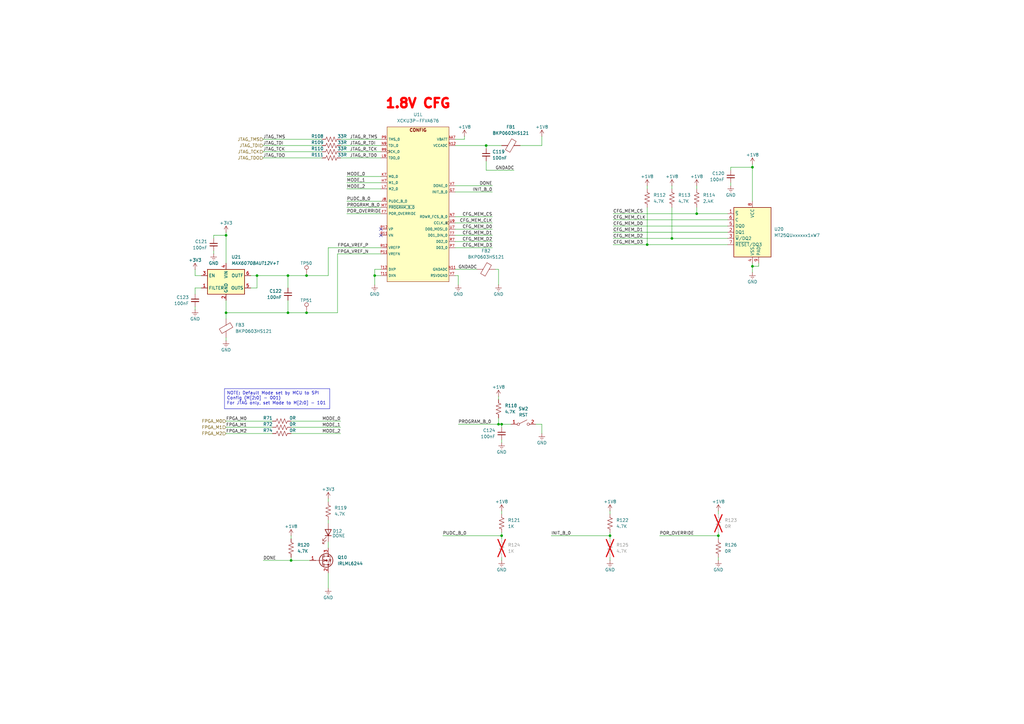
<source format=kicad_sch>
(kicad_sch (version 20231120) (generator "eeschema") (generator_version "8.0")
  (paper "A3")
  (title_block (title "FPGA Configuration") (date "2024-10-06") (rev "2.0") (company "Drexel University") (comment 1 "Designed by John Hofmeyr"))
  (lib_symbols
    (symbol "Connector:TestPoint" (pin_numbers hide) (pin_names (offset 0.762) hide)
      (property "Reference" "TP" (at 0 6.858 0))
      (property "Value" "TestPoint" (at 0 5.08 0))
      (symbol "TestPoint_1_1"
        (pin passive line (at 0 0 90) (length 2.54) (name "1") (number "1"))
      )
    )
    (symbol "Device:C_Small" (pin_numbers hide) (pin_names (offset 0.254) hide)
      (property "Reference" "C" (at 0.254 1.778 0))
      (property "Value" "C_Small" (at 0.254 -2.032 0))
      (symbol "C_Small_1_1"
        (pin passive line (at 0 2.54 270) (length 2.032) (name "~") (number "1"))
        (pin passive line (at 0 -2.54 90) (length 2.032) (name "~") (number "2"))
      )
    )
    (symbol "Device:FerriteBead" (pin_numbers hide) (pin_names (offset 0))
      (property "Reference" "FB" (at -3.81 0.635 90))
      (property "Value" "FerriteBead" (at 3.81 0 90))
      (symbol "FerriteBead_1_1"
        (pin passive line (at 0 3.81 270) (length 2.54) (name "~") (number "1"))
        (pin passive line (at 0 -3.81 90) (length 2.54) (name "~") (number "2"))
      )
    )
    (symbol "Device:LED" (pin_numbers hide) (pin_names (offset 1.016) hide)
      (property "Reference" "D" (at 0 2.54 0))
      (property "Value" "LED" (at 0 -2.54 0))
      (symbol "LED_1_1"
        (pin passive line (at -3.81 0 0) (length 2.54) (name "K") (number "1"))
        (pin passive line (at 3.81 0 180) (length 2.54) (name "A") (number "2"))
      )
    )
    (symbol "Device:R_US" (pin_numbers hide) (pin_names (offset 0))
      (property "Reference" "R" (at 2.54 0 90))
      (property "Value" "R_US" (at -2.54 0 90))
      (symbol "R_US_1_1"
        (pin passive line (at 0 3.81 270) (length 1.27) (name "~") (number "1"))
        (pin passive line (at 0 -3.81 90) (length 1.27) (name "~") (number "2"))
      )
    )
    (symbol "FPGA Module:XCKU3P-FFVA676"
      (property "Reference" "U" (at 12.7 3.81 0))
      (property "Value" "XCKU3P-FFVA676" (at 12.7 1.27 0))
      (symbol "XCKU3P-FFVA676_1_0"
        (pin bidirectional line (at -2.54 -58.42 0) (length 2.54) (name "IO_L15P_T2L_N4_AD11P_67") (number "A17"))
        (pin bidirectional line (at -2.54 -55.88 0) (length 2.54) (name "IO_L15N_T2L_N5_AD11N_67") (number "A18"))
        (pin bidirectional line (at -2.54 -50.8 0) (length 2.54) (name "IO_L16N_T2U_N7_QBC_AD3N_67") (number "A19"))
        (pin bidirectional line (at -2.54 -91.44 0) (length 2.54) (name "IO_L8N_T1L_N3_AD5N_67") (number "A20"))
        (pin bidirectional line (at -2.54 -99.06 0) (length 2.54) (name "IO_L7P_T1L_N0_QBC_AD13P_67") (number "A22"))
        (pin bidirectional line (at -2.54 -96.52 0) (length 2.54) (name "IO_L7N_T1L_N1_QBC_AD13N_67") (number "A23"))
        (pin bidirectional line (at -2.54 -134.62 0) (length 2.54) (name "IO_L1P_T0L_N0_DBC_67") (number "A24"))
        (pin bidirectional line (at -2.54 -132.08 0) (length 2.54) (name "IO_L1N_T0L_N1_DBC_67") (number "A25"))
        (pin bidirectional line (at -2.54 -45.72 0) (length 2.54) (name "IO_L17N_T2U_N9_AD10N_67") (number "B16"))
        (pin bidirectional line (at -2.54 -40.64 0) (length 2.54) (name "IO_L18N_T2U_N11_AD2N_67") (number "B17"))
        (pin bidirectional line (at -2.54 -53.34 0) (length 2.54) (name "IO_L16P_T2U_N6_QBC_AD3P_67") (number "B19"))
        (pin bidirectional line (at -2.54 -93.98 0) (length 2.54) (name "IO_L8P_T1L_N2_AD5P_67") (number "B20"))
        (pin bidirectional line (at -2.54 -88.9 0) (length 2.54) (name "IO_L9P_T1L_N4_AD12P_67") (number "B21"))
        (pin bidirectional line (at -2.54 -86.36 0) (length 2.54) (name "IO_L9N_T1L_N5_AD12N_67") (number "B22"))
        (pin bidirectional line (at -2.54 -124.46 0) (length 2.54) (name "IO_L3P_T0L_N4_AD15P_67") (number "B24"))
        (pin bidirectional line (at -2.54 -121.92 0) (length 2.54) (name "IO_L3N_T0L_N5_AD15N_67") (number "B25"))
        (pin bidirectional line (at -2.54 -106.68 0) (length 2.54) (name "IO_L6N_T0U_N11_AD6N_67") (number "B26"))
        (pin bidirectional line (at -2.54 -48.26 0) (length 2.54) (name "IO_L17P_T2U_N8_AD10P_67") (number "C16"))
        (pin bidirectional line (at -2.54 -43.18 0) (length 2.54) (name "IO_L18P_T2U_N10_AD2P_67") (number "C17"))
        (pin bidirectional line (at -2.54 -60.96 0) (length 2.54) (name "IO_L14N_T2L_N3_GC_67") (number "C18"))
        (pin bidirectional line (at -2.54 -66.04 0) (length 2.54) (name "IO_L13N_T2L_N1_GC_QBC_67") (number "C19"))
        (pin bidirectional line (at -2.54 -83.82 0) (length 2.54) (name "IO_L10P_T1U_N6_QBC_AD4P_67") (number "C21"))
        (pin bidirectional line (at -2.54 -81.28 0) (length 2.54) (name "IO_L10N_T1U_N7_QBC_AD4N_67") (number "C22"))
        (pin bidirectional line (at -2.54 -116.84 0) (length 2.54) (name "IO_L4N_T0U_N7_DBC_AD7N_67") (number "C23"))
        (pin bidirectional line (at -2.54 -111.76 0) (length 2.54) (name "IO_L5N_T0U_N9_AD14N_67") (number "C24"))
        (pin bidirectional line (at -2.54 -109.22 0) (length 2.54) (name "IO_L6P_T0U_N10_AD6P_67") (number "C26"))
        (pin bidirectional line (at -2.54 -38.1 0) (length 2.54) (name "IO_T2U_N12_67") (number "D16"))
        (pin bidirectional line (at -2.54 -63.5 0) (length 2.54) (name "IO_L14P_T2L_N2_GC_67") (number "D18"))
        (pin bidirectional line (at -2.54 -68.58 0) (length 2.54) (name "IO_L13P_T2L_N0_GC_QBC_67") (number "D19"))
        (pin bidirectional line (at -2.54 -73.66 0) (length 2.54) (name "IO_L12P_T1U_N10_GC_67") (number "D20"))
        (pin bidirectional line (at -2.54 -71.12 0) (length 2.54) (name "IO_L12N_T1U_N11_GC_67") (number "D21"))
        (pin bidirectional line (at -2.54 -119.38 0) (length 2.54) (name "IO_L4P_T0U_N6_DBC_AD7P_67") (number "D23"))
        (pin bidirectional line (at -2.54 -114.3 0) (length 2.54) (name "IO_L5P_T0U_N8_AD14P_67") (number "D24"))
        (pin bidirectional line (at -2.54 -129.54 0) (length 2.54) (name "IO_L2P_T0L_N2_67") (number "D25"))
        (pin bidirectional line (at -2.54 -127 0) (length 2.54) (name "IO_L2N_T0L_N3_67") (number "D26"))
        (pin bidirectional line (at -2.54 -35.56 0) (length 2.54) (name "IO_T3U_N12_67") (number "E16"))
        (pin bidirectional line (at -2.54 -12.7 0) (length 2.54) (name "IO_L23P_T3U_N8_67") (number "E17"))
        (pin bidirectional line (at -2.54 -10.16 0) (length 2.54) (name "IO_L23N_T3U_N9_67") (number "E18"))
        (pin bidirectional line (at -2.54 -78.74 0) (length 2.54) (name "IO_L11P_T1U_N8_GC_67") (number "E20"))
        (pin bidirectional line (at -2.54 -76.2 0) (length 2.54) (name "IO_L11N_T1U_N9_GC_67") (number "E21"))
        (pin bidirectional line (at -2.54 -101.6 0) (length 2.54) (name "IO_T1U_N12_67") (number "E22"))
        (pin bidirectional line (at -2.54 -104.14 0) (length 2.54) (name "IO_T0U_N12_VRP_67") (number "E23"))
        (pin bidirectional line (at -2.54 -25.4 0) (length 2.54) (name "IO_L20N_T3L_N3_AD1N_67") (number "F17"))
        (pin bidirectional line (at -2.54 -22.86 0) (length 2.54) (name "IO_L21P_T3L_N4_AD8P_67") (number "F18"))
        (pin bidirectional line (at -2.54 -20.32 0) (length 2.54) (name "IO_L21N_T3L_N5_AD8N_67") (number "F19"))
        (pin bidirectional line (at -2.54 -30.48 0) (length 2.54) (name "IO_L19N_T3L_N1_DBC_AD9N_67") (number "F20"))
        (pin bidirectional line (at -2.54 -15.24 0) (length 2.54) (name "IO_L22N_T3U_N7_DBC_AD0N_67") (number "G16"))
        (pin bidirectional line (at -2.54 -27.94 0) (length 2.54) (name "IO_L20P_T3L_N2_AD1P_67") (number "G17"))
        (pin bidirectional line (at -2.54 -33.02 0) (length 2.54) (name "IO_L19P_T3L_N0_DBC_AD9P_67") (number "G19"))
        (pin bidirectional line (at -2.54 -17.78 0) (length 2.54) (name "IO_L22P_T3U_N6_DBC_AD0P_67") (number "H16"))
        (pin bidirectional line (at -2.54 -7.62 0) (length 2.54) (name "IO_L24P_T3U_N10_67") (number "H17"))
        (pin bidirectional line (at -2.54 -5.08 0) (length 2.54) (name "IO_L24N_T3U_N11_67") (number "H18"))
      )
      (symbol "XCKU3P-FFVA676_1_1"
        (text "IO BANK 67" (at 13.97 -1.27 0) (effects (font (size 1.27 1.27) (bold yes))))
      )
      (symbol "XCKU3P-FFVA676_2_0"
        (pin bidirectional line (at -2.54 -40.64 0) (length 2.54) (name "IO_L18N_T2U_N11_AD2N_66") (number "A10"))
        (pin bidirectional line (at -2.54 -106.68 0) (length 2.54) (name "IO_L6N_T0U_N11_AD6N_66") (number "A12"))
        (pin bidirectional line (at -2.54 -109.22 0) (length 2.54) (name "IO_L6P_T0U_N10_AD6P_66") (number "A13"))
        (pin bidirectional line (at -2.54 -116.84 0) (length 2.54) (name "IO_L4N_T0U_N7_DBC_AD7N_66") (number "A14"))
        (pin bidirectional line (at -2.54 -127 0) (length 2.54) (name "IO_L2N_T0L_N3_66") (number "A15"))
        (pin bidirectional line (at -2.54 -43.18 0) (length 2.54) (name "IO_L18P_T2U_N10_AD2P_66") (number "B10"))
        (pin bidirectional line (at -2.54 -50.8 0) (length 2.54) (name "IO_L16N_T2U_N7_QBC_AD3N_66") (number "B11"))
        (pin bidirectional line (at -2.54 -111.76 0) (length 2.54) (name "IO_L5N_T0U_N9_AD14N_66") (number "B12"))
        (pin bidirectional line (at -2.54 -119.38 0) (length 2.54) (name "IO_L4P_T0U_N6_DBC_AD7P_66") (number "B14"))
        (pin bidirectional line (at -2.54 -129.54 0) (length 2.54) (name "IO_L2P_T0L_N2_66") (number "B15"))
        (pin bidirectional line (at -2.54 -53.34 0) (length 2.54) (name "IO_L16P_T2U_N6_QBC_AD3P_66") (number "C11"))
        (pin bidirectional line (at -2.54 -114.3 0) (length 2.54) (name "IO_L5P_T0U_N8_AD14P_66") (number "C12"))
        (pin bidirectional line (at -2.54 -121.92 0) (length 2.54) (name "IO_L3N_T0L_N5_AD15N_66") (number "C13"))
        (pin bidirectional line (at -2.54 -132.08 0) (length 2.54) (name "IO_L1N_T0L_N1_DBC_66") (number "C14"))
        (pin bidirectional line (at -2.54 -55.88 0) (length 2.54) (name "IO_L15N_T2L_N5_AD11N_66") (number "C8"))
        (pin bidirectional line (at -2.54 -58.42 0) (length 2.54) (name "IO_L15P_T2L_N4_AD11P_66") (number "C9"))
        (pin bidirectional line (at -2.54 -66.04 0) (length 2.54) (name "IO_L13N_T2L_N1_GC_QBC_66") (number "D10"))
        (pin bidirectional line (at -2.54 -60.96 0) (length 2.54) (name "IO_L14N_T2L_N3_GC_66") (number "D11"))
        (pin bidirectional line (at -2.54 -124.46 0) (length 2.54) (name "IO_L3P_T0L_N4_AD15P_66") (number "D13"))
        (pin bidirectional line (at -2.54 -134.62 0) (length 2.54) (name "IO_L1P_T0L_N0_DBC_66") (number "D14"))
        (pin bidirectional line (at -2.54 -104.14 0) (length 2.54) (name "IO_T0U_N12_VRP_66") (number "D15"))
        (pin bidirectional line (at -2.54 -45.72 0) (length 2.54) (name "IO_L17N_T2U_N9_AD10N_66") (number "D8"))
        (pin bidirectional line (at -2.54 -38.1 0) (length 2.54) (name "IO_T2U_N12_66") (number "D9"))
        (pin bidirectional line (at -2.54 -68.58 0) (length 2.54) (name "IO_L13P_T2L_N0_GC_QBC_66") (number "E10"))
        (pin bidirectional line (at -2.54 -63.5 0) (length 2.54) (name "IO_L14P_T2L_N2_GC_66") (number "E11"))
        (pin bidirectional line (at -2.54 -71.12 0) (length 2.54) (name "IO_L12N_T1U_N11_GC_66") (number "E12"))
        (pin bidirectional line (at -2.54 -73.66 0) (length 2.54) (name "IO_L12P_T1U_N10_GC_66") (number "E13"))
        (pin bidirectional line (at -2.54 -101.6 0) (length 2.54) (name "IO_T1U_N12_66") (number "E15"))
        (pin bidirectional line (at -2.54 -48.26 0) (length 2.54) (name "IO_L17P_T2U_N8_AD10P_66") (number "E8"))
        (pin bidirectional line (at -2.54 -15.24 0) (length 2.54) (name "IO_L22N_T3U_N7_DBC_AD0N_66") (number "F10"))
        (pin bidirectional line (at -2.54 -76.2 0) (length 2.54) (name "IO_L11N_T1U_N9_GC_66") (number "F12"))
        (pin bidirectional line (at -2.54 -81.28 0) (length 2.54) (name "IO_L10N_T1U_N7_QBC_AD4N_66") (number "F13"))
        (pin bidirectional line (at -2.54 -83.82 0) (length 2.54) (name "IO_L10P_T1U_N6_QBC_AD4P_66") (number "F14"))
        (pin bidirectional line (at -2.54 -91.44 0) (length 2.54) (name "IO_L8N_T1L_N3_AD5N_66") (number "F15"))
        (pin bidirectional line (at -2.54 -25.4 0) (length 2.54) (name "IO_L20N_T3L_N3_AD1N_66") (number "F8"))
        (pin bidirectional line (at -2.54 -27.94 0) (length 2.54) (name "IO_L20P_T3L_N2_AD1P_66") (number "F9"))
        (pin bidirectional line (at -2.54 -7.62 0) (length 2.54) (name "IO_L24P_T3U_N10_66") (number "G10"))
        (pin bidirectional line (at -2.54 -17.78 0) (length 2.54) (name "IO_L22P_T3U_N6_DBC_AD0P_66") (number "G11"))
        (pin bidirectional line (at -2.54 -78.74 0) (length 2.54) (name "IO_L11P_T1U_N8_GC_66") (number "G12"))
        (pin bidirectional line (at -2.54 -96.52 0) (length 2.54) (name "IO_L7N_T1L_N1_QBC_AD13N_66") (number "G14"))
        (pin bidirectional line (at -2.54 -93.98 0) (length 2.54) (name "IO_L8P_T1L_N2_AD5P_66") (number "G15"))
        (pin bidirectional line (at -2.54 -5.08 0) (length 2.54) (name "IO_L24N_T3U_N11_66") (number "G9"))
        (pin bidirectional line (at -2.54 -10.16 0) (length 2.54) (name "IO_L23N_T3U_N9_66") (number "H11"))
        (pin bidirectional line (at -2.54 -35.56 0) (length 2.54) (name "IO_T3U_N12_66") (number "H12"))
        (pin bidirectional line (at -2.54 -86.36 0) (length 2.54) (name "IO_L9N_T1L_N5_AD12N_66") (number "H13"))
        (pin bidirectional line (at -2.54 -99.06 0) (length 2.54) (name "IO_L7P_T1L_N0_QBC_AD13P_66") (number "H14"))
        (pin bidirectional line (at -2.54 -30.48 0) (length 2.54) (name "IO_L19N_T3L_N1_DBC_AD9N_66") (number "H8"))
        (pin bidirectional line (at -2.54 -33.02 0) (length 2.54) (name "IO_L19P_T3L_N0_DBC_AD9P_66") (number "H9"))
        (pin bidirectional line (at -2.54 -22.86 0) (length 2.54) (name "IO_L21P_T3L_N4_AD8P_66") (number "J10"))
        (pin bidirectional line (at -2.54 -12.7 0) (length 2.54) (name "IO_L23P_T3U_N8_66") (number "J11"))
        (pin bidirectional line (at -2.54 -88.9 0) (length 2.54) (name "IO_L9P_T1L_N4_AD12P_66") (number "J13"))
        (pin bidirectional line (at -2.54 -20.32 0) (length 2.54) (name "IO_L21N_T3L_N5_AD8N_66") (number "J9"))
      )
      (symbol "XCKU3P-FFVA676_2_1"
        (text "IO BANK 66\n" (at 13.97 -1.27 0) (effects (font (size 1.27 1.27) (bold yes))))
      )
      (symbol "XCKU3P-FFVA676_3_0"
        (pin bidirectional line (at -2.54 -109.22 0) (length 2.54) (name "IO_T1U_N12_SMBALERT_65") (number "AA17"))
        (pin bidirectional line (at -2.54 -38.1 0) (length 2.54) (name "IO_T2U_N12_CSI_ADV_B_65") (number "AA18"))
        (pin bidirectional line (at -2.54 -68.58 0) (length 2.54) (name "IO_L13P_T2L_N0_GC_QBC_A06_D22_65") (number "AA19"))
        (pin bidirectional line (at -2.54 -66.04 0) (length 2.54) (name "IO_L13N_T2L_N1_GC_QBC_A07_D23_65") (number "AA20"))
        (pin bidirectional line (at -2.54 -106.68 0) (length 2.54) (name "IO_T0U_N12_VRP_A28_65") (number "AB16"))
        (pin bidirectional line (at -2.54 -81.28 0) (length 2.54) (name "IO_L2P_T0L_N2_FOE_B_65") (number "AB17"))
        (pin bidirectional line (at -2.54 -63.5 0) (length 2.54) (name "IO_L14P_T2L_N2_GC_A04_D20_65") (number "AB19"))
        (pin bidirectional line (at -2.54 -60.96 0) (length 2.54) (name "IO_L14N_T2L_N3_GC_A05_D21_65") (number "AB20"))
        (pin bidirectional line (at -2.54 -48.26 0) (length 2.54) (name "IO_L17P_T2U_N8_AD10P_D14_65") (number "AB21"))
        (pin bidirectional line (at -2.54 -76.2 0) (length 2.54) (name "IO_L1P_T0L_N0_DBC_RS0_65") (number "AC16"))
        (pin bidirectional line (at -2.54 -83.82 0) (length 2.54) (name "IO_L2N_T0L_N3_FWE_FCS2_B_65") (number "AC17"))
        (pin bidirectional line (at -2.54 -96.52 0) (length 2.54) (name "IO_L5P_T0U_N8_AD14P_A22_65") (number "AC18"))
        (pin bidirectional line (at -2.54 -58.42 0) (length 2.54) (name "IO_L15P_T2L_N4_AD11P_A02_D18_65") (number "AC19"))
        (pin bidirectional line (at -2.54 -45.72 0) (length 2.54) (name "IO_L17N_T2U_N9_AD10N_D15_65") (number "AC21"))
        (pin bidirectional line (at -2.54 -35.56 0) (length 2.54) (name "IO_T3U_N12_PERSTN0_65") (number "AC22"))
        (pin bidirectional line (at -2.54 -78.74 0) (length 2.54) (name "IO_L1N_T0L_N1_DBC_RS1_65") (number "AD16"))
        (pin bidirectional line (at -2.54 -99.06 0) (length 2.54) (name "IO_L5N_T0U_N9_AD14N_A23_65") (number "AD18"))
        (pin bidirectional line (at -2.54 -55.88 0) (length 2.54) (name "IO_L15N_T2L_N5_AD11N_A03_D19_65") (number "AD19"))
        (pin bidirectional line (at -2.54 -43.18 0) (length 2.54) (name "IO_L18P_T2U_N10_AD2P_D12_65") (number "AD20"))
        (pin bidirectional line (at -2.54 -40.64 0) (length 2.54) (name "IO_L18N_T2U_N11_AD2N_D13_65") (number "AD21"))
        (pin bidirectional line (at -2.54 -12.7 0) (length 2.54) (name "IO_L23P_T3U_N8_I2C_SCLK_65") (number "AD23"))
        (pin bidirectional line (at -2.54 -7.62 0) (length 2.54) (name "IO_L24P_T3U_N10_EMCCLK_65") (number "AD24"))
        (pin bidirectional line (at -2.54 -5.08 0) (length 2.54) (name "IO_L24N_T3U_N11_DOUT_CSO_B_65") (number "AD25"))
        (pin bidirectional line (at -2.54 -17.78 0) (length 2.54) (name "IO_L22P_T3U_N6_DBC_AD0P_D04_65") (number "AD26"))
        (pin bidirectional line (at -2.54 -86.36 0) (length 2.54) (name "IO_L3P_T0L_N4_AD15P_A26_65") (number "AE17"))
        (pin bidirectional line (at -2.54 -88.9 0) (length 2.54) (name "IO_L3N_T0L_N5_AD15N_A27_65") (number "AE18"))
        (pin bidirectional line (at -2.54 -53.34 0) (length 2.54) (name "IO_L16P_T2U_N6_QBC_AD3P_A00_D16_65") (number "AE20"))
        (pin bidirectional line (at -2.54 -50.8 0) (length 2.54) (name "IO_L16N_T2U_N7_QBC_AD3N_A01_D17_65") (number "AE21"))
        (pin bidirectional line (at -2.54 -33.02 0) (length 2.54) (name "IO_L19P_T3L_N0_DBC_AD9P_D10_65") (number "AE22"))
        (pin bidirectional line (at -2.54 -10.16 0) (length 2.54) (name "IO_L23N_T3U_N9_PERSTN1_I2C_SDA_65") (number "AE23"))
        (pin bidirectional line (at -2.54 -27.94 0) (length 2.54) (name "IO_L20P_T3L_N2_AD1P_D08_65") (number "AE25"))
        (pin bidirectional line (at -2.54 -15.24 0) (length 2.54) (name "IO_L22N_T3U_N7_DBC_AD0N_D05_65") (number "AE26"))
        (pin bidirectional line (at -2.54 -101.6 0) (length 2.54) (name "IO_L6P_T0U_N10_AD6P_A20_65") (number "AF17"))
        (pin bidirectional line (at -2.54 -104.14 0) (length 2.54) (name "IO_L6N_T0U_N11_AD6N_A21_65") (number "AF18"))
        (pin bidirectional line (at -2.54 -91.44 0) (length 2.54) (name "IO_L4P_T0U_N6_DBC_AD7P_A24_65") (number "AF19"))
        (pin bidirectional line (at -2.54 -93.98 0) (length 2.54) (name "IO_L4N_T0U_N7_DBC_AD7N_A25_65") (number "AF20"))
        (pin bidirectional line (at -2.54 -30.48 0) (length 2.54) (name "IO_L19N_T3L_N1_DBC_AD9N_D11_65") (number "AF22"))
        (pin bidirectional line (at -2.54 -22.86 0) (length 2.54) (name "IO_L21P_T3L_N4_AD8P_D06_65") (number "AF23"))
        (pin bidirectional line (at -2.54 -20.32 0) (length 2.54) (name "IO_L21N_T3L_N5_AD8N_D07_65") (number "AF24"))
        (pin bidirectional line (at -2.54 -25.4 0) (length 2.54) (name "IO_L20N_T3L_N3_AD1N_D09_65") (number "AF25"))
        (pin bidirectional line (at -2.54 -127 0) (length 2.54) (name "IO_L10P_T1U_N6_QBC_AD4P_A12_D28_65") (number "V18"))
        (pin bidirectional line (at -2.54 -129.54 0) (length 2.54) (name "IO_L10N_T1U_N7_QBC_AD4N_A13_D29_65") (number "V19"))
        (pin bidirectional line (at -2.54 -111.76 0) (length 2.54) (name "IO_L7P_T1L_N0_QBC_AD13P_A18_65") (number "W16"))
        (pin bidirectional line (at -2.54 -121.92 0) (length 2.54) (name "IO_L9P_T1L_N4_AD12P_A14_D30_65") (number "W18"))
        (pin bidirectional line (at -2.54 -124.46 0) (length 2.54) (name "IO_L9N_T1L_N5_AD12N_A15_D31_65") (number "W19"))
        (pin bidirectional line (at -2.54 -73.66 0) (length 2.54) (name "IO_L12P_T1U_N10_GC_A08_D24_65") (number "W20"))
        (pin bidirectional line (at -2.54 -116.84 0) (length 2.54) (name "IO_L8P_T1L_N2_AD5P_A16_65") (number "W21"))
        (pin bidirectional line (at -2.54 -114.3 0) (length 2.54) (name "IO_L7N_T1L_N1_QBC_AD13N_A19_65") (number "Y16"))
        (pin bidirectional line (at -2.54 -132.08 0) (length 2.54) (name "IO_L11P_T1U_N8_GC_A10_D26_65") (number "Y17"))
        (pin bidirectional line (at -2.54 -134.62 0) (length 2.54) (name "IO_L11N_T1U_N9_GC_A11_D27_65") (number "Y18"))
        (pin bidirectional line (at -2.54 -71.12 0) (length 2.54) (name "IO_L12N_T1U_N11_GC_A09_D25_65") (number "Y20"))
        (pin bidirectional line (at -2.54 -119.38 0) (length 2.54) (name "IO_L8N_T1L_N3_AD5N_A17_65") (number "Y21"))
      )
      (symbol "XCKU3P-FFVA676_3_1"
        (text "IO BANK 65\n" (at 16.51 -1.27 0) (effects (font (size 1.27 1.27) (bold yes))))
      )
      (symbol "XCKU3P-FFVA676_4_0"
        (pin bidirectional line (at -2.54 -15.24 0) (length 2.54) (name "IO_L3P_T0L_N4_AD15P_64") (number "AA22"))
        (pin bidirectional line (at -2.54 -27.94 0) (length 2.54) (name "IO_L5N_T0U_N9_AD14N_64") (number "AA23"))
        (pin bidirectional line (at -2.54 -5.08 0) (length 2.54) (name "IO_L1P_T0L_N0_DBC_64") (number "AA24"))
        (pin bidirectional line (at -2.54 -20.32 0) (length 2.54) (name "IO_L4P_T0U_N6_DBC_AD7P_64") (number "AA25"))
        (pin bidirectional line (at -2.54 -17.78 0) (length 2.54) (name "IO_L3N_T0L_N5_AD15N_64") (number "AB22"))
        (pin bidirectional line (at -2.54 -7.62 0) (length 2.54) (name "IO_L1N_T0L_N1_DBC_64") (number "AB24"))
        (pin bidirectional line (at -2.54 -22.86 0) (length 2.54) (name "IO_L4N_T0U_N7_DBC_AD7N_64") (number "AB25"))
        (pin bidirectional line (at -2.54 -10.16 0) (length 2.54) (name "IO_L2P_T0L_N2_64") (number "AB26"))
        (pin bidirectional line (at -2.54 -30.48 0) (length 2.54) (name "IO_L6P_T0U_N10_AD6P_64") (number "AC23"))
        (pin bidirectional line (at -2.54 -33.02 0) (length 2.54) (name "IO_L6N_T0U_N11_AD6N_64") (number "AC24"))
        (pin bidirectional line (at -2.54 -12.7 0) (length 2.54) (name "IO_L2N_T0L_N3_64") (number "AC26"))
        (pin bidirectional line (at -2.54 -116.84 0) (length 2.54) (name "IO_L21P_T3L_N4_AD8P_64") (number "P18"))
        (pin bidirectional line (at -2.54 -119.38 0) (length 2.54) (name "IO_L21N_T3L_N5_AD8N_64") (number "P19"))
        (pin bidirectional line (at -2.54 -127 0) (length 2.54) (name "IO_L23P_T3U_N8_64") (number "P20"))
        (pin bidirectional line (at -2.54 -111.76 0) (length 2.54) (name "IO_L20P_T3L_N2_AD1P_64") (number "P21"))
        (pin bidirectional line (at -2.54 -91.44 0) (length 2.54) (name "IO_L17P_T2U_N8_AD10P_64") (number "P23"))
        (pin bidirectional line (at -2.54 -93.98 0) (length 2.54) (name "IO_L17N_T2U_N9_AD10N_64") (number "P24"))
        (pin bidirectional line (at -2.54 -96.52 0) (length 2.54) (name "IO_L18P_T2U_N10_AD2P_64") (number "P25"))
        (pin bidirectional line (at -2.54 -81.28 0) (length 2.54) (name "IO_L15P_T2L_N4_AD11P_64") (number "P26"))
        (pin bidirectional line (at -2.54 -106.68 0) (length 2.54) (name "IO_L19P_T3L_N0_DBC_AD9P_64") (number "R18"))
        (pin bidirectional line (at -2.54 -129.54 0) (length 2.54) (name "IO_L23N_T3U_N9_64") (number "R20"))
        (pin bidirectional line (at -2.54 -114.3 0) (length 2.54) (name "IO_L20N_T3L_N3_AD1N_64") (number "R21"))
        (pin bidirectional line (at -2.54 -86.36 0) (length 2.54) (name "IO_L16P_T2U_N6_QBC_AD3P_64") (number "R22"))
        (pin bidirectional line (at -2.54 -88.9 0) (length 2.54) (name "IO_L16N_T2U_N7_QBC_AD3N_64") (number "R23"))
        (pin bidirectional line (at -2.54 -99.06 0) (length 2.54) (name "IO_L18N_T2U_N11_AD2N_64") (number "R25"))
        (pin bidirectional line (at -2.54 -83.82 0) (length 2.54) (name "IO_L15N_T2L_N5_AD11N_64") (number "R26"))
        (pin bidirectional line (at -2.54 -109.22 0) (length 2.54) (name "IO_L19N_T3L_N1_DBC_AD9N_64") (number "T18"))
        (pin bidirectional line (at -2.54 -121.92 0) (length 2.54) (name "IO_L22P_T3U_N6_DBC_AD0P_64") (number "T19"))
        (pin bidirectional line (at -2.54 -124.46 0) (length 2.54) (name "IO_L22N_T3U_N7_DBC_AD0N_64") (number "T20"))
        (pin bidirectional line (at -2.54 -76.2 0) (length 2.54) (name "IO_L14P_T2L_N2_GC_64") (number "T22"))
        (pin bidirectional line (at -2.54 -71.12 0) (length 2.54) (name "IO_L13P_T2L_N0_GC_QBC_64") (number "T23"))
        (pin bidirectional line (at -2.54 -73.66 0) (length 2.54) (name "IO_L13N_T2L_N1_GC_QBC_64") (number "T24"))
        (pin bidirectional line (at -2.54 -101.6 0) (length 2.54) (name "IO_T2U_N12_64") (number "T25"))
        (pin bidirectional line (at -2.54 -132.08 0) (length 2.54) (name "IO_L24P_T3U_N10_64") (number "U20"))
        (pin bidirectional line (at -2.54 -134.62 0) (length 2.54) (name "IO_L24N_T3U_N11_64") (number "U21"))
        (pin bidirectional line (at -2.54 -78.74 0) (length 2.54) (name "IO_L14N_T2L_N3_GC_64") (number "U22"))
        (pin bidirectional line (at -2.54 -60.96 0) (length 2.54) (name "IO_L11P_T1U_N8_GC_64") (number "U24"))
        (pin bidirectional line (at -2.54 -38.1 0) (length 2.54) (name "IO_T1U_N12_64") (number "U25"))
        (pin bidirectional line (at -2.54 -55.88 0) (length 2.54) (name "IO_L10P_T1U_N6_QBC_AD4P_64") (number "U26"))
        (pin bidirectional line (at -2.54 -104.14 0) (length 2.54) (name "IO_T3U_N12_64") (number "V21"))
        (pin bidirectional line (at -2.54 -66.04 0) (length 2.54) (name "IO_L12P_T1U_N10_GC_64") (number "V22"))
        (pin bidirectional line (at -2.54 -68.58 0) (length 2.54) (name "IO_L12N_T1U_N11_GC_64") (number "V23"))
        (pin bidirectional line (at -2.54 -63.5 0) (length 2.54) (name "IO_L11N_T1U_N9_GC_64") (number "V24"))
        (pin bidirectional line (at -2.54 -58.42 0) (length 2.54) (name "IO_L10N_T1U_N7_QBC_AD4N_64") (number "V26"))
        (pin bidirectional line (at -2.54 -40.64 0) (length 2.54) (name "IO_L7P_T1L_N0_QBC_AD13P_64") (number "W23"))
        (pin bidirectional line (at -2.54 -43.18 0) (length 2.54) (name "IO_L7N_T1L_N1_QBC_AD13N_64") (number "W24"))
        (pin bidirectional line (at -2.54 -45.72 0) (length 2.54) (name "IO_L8P_T1L_N2_AD5P_64") (number "W25"))
        (pin bidirectional line (at -2.54 -48.26 0) (length 2.54) (name "IO_L8N_T1L_N3_AD5N_64") (number "W26"))
        (pin bidirectional line (at -2.54 -35.56 0) (length 2.54) (name "IO_T0U_N12_VRP_64") (number "Y22"))
        (pin bidirectional line (at -2.54 -25.4 0) (length 2.54) (name "IO_L5P_T0U_N8_AD14P_64") (number "Y23"))
        (pin bidirectional line (at -2.54 -50.8 0) (length 2.54) (name "IO_L9P_T1L_N4_AD12P_64") (number "Y25"))
        (pin bidirectional line (at -2.54 -53.34 0) (length 2.54) (name "IO_L9N_T1L_N5_AD12N_64") (number "Y26"))
      )
      (symbol "XCKU3P-FFVA676_4_1"
        (text "IO BANK 64\n" (at 13.97 -1.27 0) (effects (font (size 1.27 1.27) (bold yes))))
      )
      (symbol "XCKU3P-FFVA676_5_0"
        (pin bidirectional line (at -2.54 -35.56 0) (length 2.54) (name "IO_L7P_HDGC_85") (number "AA10"))
        (pin bidirectional line (at -2.54 -48.26 0) (length 2.54) (name "IO_L9N_AD11N_85") (number "AA8"))
        (pin bidirectional line (at -2.54 -38.1 0) (length 2.54) (name "IO_L7N_HDGC_85") (number "AA9"))
        (pin bidirectional line (at -2.54 -30.48 0) (length 2.54) (name "IO_L6P_HDGC_85") (number "AB10"))
        (pin bidirectional line (at -2.54 -33.02 0) (length 2.54) (name "IO_L6N_HDGC_85") (number "AB9"))
        (pin bidirectional line (at -2.54 -7.62 0) (length 2.54) (name "IO_L1N_AD15N_85") (number "AC11"))
        (pin bidirectional line (at -2.54 -5.08 0) (length 2.54) (name "IO_L1P_AD15P_85") (number "AC12"))
        (pin bidirectional line (at -2.54 -25.4 0) (length 2.54) (name "IO_L5P_HDGC_85") (number "AC8"))
        (pin bidirectional line (at -2.54 -15.24 0) (length 2.54) (name "IO_L3P_AD13P_85") (number "AC9"))
        (pin bidirectional line (at -2.54 -10.16 0) (length 2.54) (name "IO_L2P_AD14P_85") (number "AD11"))
        (pin bidirectional line (at -2.54 -27.94 0) (length 2.54) (name "IO_L5N_HDGC_85") (number "AD8"))
        (pin bidirectional line (at -2.54 -17.78 0) (length 2.54) (name "IO_L3N_AD13N_85") (number "AD9"))
        (pin bidirectional line (at -2.54 -20.32 0) (length 2.54) (name "IO_L4P_AD12P_85") (number "AE10"))
        (pin bidirectional line (at -2.54 -12.7 0) (length 2.54) (name "IO_L2N_AD14N_85") (number "AE11"))
        (pin bidirectional line (at -2.54 -22.86 0) (length 2.54) (name "IO_L4N_AD12N_85") (number "AF10"))
        (pin bidirectional line (at -2.54 -53.34 0) (length 2.54) (name "IO_L10N_AD10N_85") (number "V11"))
        (pin bidirectional line (at -2.54 -50.8 0) (length 2.54) (name "IO_L10P_AD10P_85") (number "V12"))
        (pin bidirectional line (at -2.54 -63.5 0) (length 2.54) (name "IO_L12N_AD8N_85") (number "W10"))
        (pin bidirectional line (at -2.54 -60.96 0) (length 2.54) (name "IO_L12P_AD8P_85") (number "W11"))
        (pin bidirectional line (at -2.54 -58.42 0) (length 2.54) (name "IO_L11N_AD9N_85") (number "W8"))
        (pin bidirectional line (at -2.54 -55.88 0) (length 2.54) (name "IO_L11P_AD9P_85") (number "W9"))
        (pin bidirectional line (at -2.54 -43.18 0) (length 2.54) (name "IO_L8N_HDGC_85") (number "Y10"))
        (pin bidirectional line (at -2.54 -40.64 0) (length 2.54) (name "IO_L8P_HDGC_85") (number "Y11"))
        (pin bidirectional line (at -2.54 -45.72 0) (length 2.54) (name "IO_L9P_AD11P_85") (number "Y8"))
      )
      (symbol "XCKU3P-FFVA676_5_1"
        (text "IO BANK 85" (at 12.7 -1.27 0) (effects (font (size 1.27 1.27) (bold yes))))
      )
      (symbol "XCKU3P-FFVA676_6_0"
        (pin bidirectional line (at -2.54 -58.42 0) (length 2.54) (name "IO_L11N_AD1N_84") (number "AA12"))
        (pin bidirectional line (at -2.54 -55.88 0) (length 2.54) (name "IO_L11P_AD1P_84") (number "AA13"))
        (pin bidirectional line (at -2.54 -45.72 0) (length 2.54) (name "IO_L9P_AD3P_84") (number "AA14"))
        (pin bidirectional line (at -2.54 -35.56 0) (length 2.54) (name "IO_L7P_HDGC_AD5P_84") (number "AA15"))
        (pin bidirectional line (at -2.54 -63.5 0) (length 2.54) (name "IO_L12N_AD0N_84") (number "AB11"))
        (pin bidirectional line (at -2.54 -60.96 0) (length 2.54) (name "IO_L12P_AD0P_84") (number "AB12"))
        (pin bidirectional line (at -2.54 -48.26 0) (length 2.54) (name "IO_L9N_AD3N_84") (number "AB14"))
        (pin bidirectional line (at -2.54 -38.1 0) (length 2.54) (name "IO_L7N_HDGC_AD5N_84") (number "AB15"))
        (pin bidirectional line (at -2.54 -27.94 0) (length 2.54) (name "IO_L5N_HDGC_AD7N_84") (number "AC13"))
        (pin bidirectional line (at -2.54 -25.4 0) (length 2.54) (name "IO_L5P_HDGC_AD7P_84") (number "AC14"))
        (pin bidirectional line (at -2.54 -33.02 0) (length 2.54) (name "IO_L6N_HDGC_AD6N_84") (number "AD13"))
        (pin bidirectional line (at -2.54 -30.48 0) (length 2.54) (name "IO_L6P_HDGC_AD6P_84") (number "AD14"))
        (pin bidirectional line (at -2.54 -15.24 0) (length 2.54) (name "IO_L3P_AD9P_84") (number "AD15"))
        (pin bidirectional line (at -2.54 -20.32 0) (length 2.54) (name "IO_L4P_AD8P_84") (number "AE12"))
        (pin bidirectional line (at -2.54 -17.78 0) (length 2.54) (name "IO_L3N_AD9N_84") (number "AE15"))
        (pin bidirectional line (at -2.54 -5.08 0) (length 2.54) (name "IO_L1P_AD11P_84") (number "AE16"))
        (pin bidirectional line (at -2.54 -22.86 0) (length 2.54) (name "IO_L4N_AD8N_84") (number "AF12"))
        (pin bidirectional line (at -2.54 -12.7 0) (length 2.54) (name "IO_L2N_AD10N_84") (number "AF13"))
        (pin bidirectional line (at -2.54 -10.16 0) (length 2.54) (name "IO_L2P_AD10P_84") (number "AF14"))
        (pin bidirectional line (at -2.54 -7.62 0) (length 2.54) (name "IO_L1N_AD11N_84") (number "AF15"))
        (pin bidirectional line (at -2.54 -53.34 0) (length 2.54) (name "IO_L10N_AD2N_84") (number "W13"))
        (pin bidirectional line (at -2.54 -50.8 0) (length 2.54) (name "IO_L10P_AD2P_84") (number "W14"))
        (pin bidirectional line (at -2.54 -40.64 0) (length 2.54) (name "IO_L8P_HDGC_AD4P_84") (number "W15"))
        (pin bidirectional line (at -2.54 -43.18 0) (length 2.54) (name "IO_L8N_HDGC_AD4N_84") (number "Y15"))
      )
      (symbol "XCKU3P-FFVA676_6_1"
        (text "IO BANK 84" (at 12.7 -1.27 0) (effects (font (size 1.27 1.27) (bold yes))))
      )
      (symbol "XCKU3P-FFVA676_7_0"
        (pin input line (at -2.54 -121.92 0) (length 2.54) (name "MGTYRXN3_227") (number "A3"))
        (pin input line (at -2.54 -111.76 0) (length 2.54) (name "MGTYRXP3_227") (number "A4"))
        (pin output line (at 55.88 -114.3 180) (length 2.54) (name "MGTYTXN3_227") (number "A7"))
        (pin output line (at 55.88 -124.46 180) (length 2.54) (name "MGTYTXP3_227") (number "A8"))
        (pin output line (at 55.88 -38.1 180) (length 2.54) (name "MGTYTXN0_225") (number "AA3"))
        (pin output line (at 55.88 -48.26 180) (length 2.54) (name "MGTYTXP0_225") (number "AA4"))
        (pin input line (at -2.54 -12.7 0) (length 2.54) (name "MGTYRXN3_224") (number "AB1"))
        (pin input line (at -2.54 -22.86 0) (length 2.54) (name "MGTYRXP3_224") (number "AB2"))
        (pin output line (at 55.88 -12.7 180) (length 2.54) (name "MGTYTXN3_224") (number "AB5"))
        (pin output line (at 55.88 -22.86 180) (length 2.54) (name "MGTYTXP3_224") (number "AB6"))
        (pin output line (at 55.88 -10.16 180) (length 2.54) (name "MGTYTXN2_224") (number "AC3"))
        (pin output line (at 55.88 -20.32 180) (length 2.54) (name "MGTYTXP2_224") (number "AC4"))
        (pin input line (at -2.54 -10.16 0) (length 2.54) (name "MGTYRXN2_224") (number "AD1"))
        (pin input line (at -2.54 -20.32 0) (length 2.54) (name "MGTYRXP2_224") (number "AD2"))
        (pin output line (at 55.88 -7.62 180) (length 2.54) (name "MGTYTXN1_224") (number "AD5"))
        (pin output line (at 55.88 -17.78 180) (length 2.54) (name "MGTYTXP1_224") (number "AD6"))
        (pin input line (at -2.54 -7.62 0) (length 2.54) (name "MGTYRXN1_224") (number "AE3"))
        (pin input line (at -2.54 -17.78 0) (length 2.54) (name "MGTYRXP1_224") (number "AE4"))
        (pin input line (at -2.54 -5.08 0) (length 2.54) (name "MGTYRXN0_224") (number "AF1"))
        (pin input line (at -2.54 -15.24 0) (length 2.54) (name "MGTYRXP0_224") (number "AF2"))
        (pin output line (at 55.88 -5.08 180) (length 2.54) (name "MGTYTXN0_224") (number "AF5"))
        (pin output line (at 55.88 -15.24 180) (length 2.54) (name "MGTYTXP0_224") (number "AF6"))
        (pin input line (at -2.54 -134.62 0) (length 2.54) (name "MGTRREF_R") (number "AF7"))
        (pin bidirectional line (at 55.88 -139.7 180) (length 2.54) (name "MGTAVTTRCAL_R") (number "AF8"))
        (pin input line (at -2.54 -119.38 0) (length 2.54) (name "MGTYRXN2_227") (number "B1"))
        (pin input line (at -2.54 -109.22 0) (length 2.54) (name "MGTYRXP2_227") (number "B2"))
        (pin output line (at 55.88 -111.76 180) (length 2.54) (name "MGTYTXN2_227") (number "B5"))
        (pin output line (at 55.88 -121.92 180) (length 2.54) (name "MGTYTXP2_227") (number "B6"))
        (pin input line (at -2.54 -116.84 0) (length 2.54) (name "MGTYRXN1_227") (number "C3"))
        (pin input line (at -2.54 -106.68 0) (length 2.54) (name "MGTYRXP1_227") (number "C4"))
        (pin input line (at -2.54 -114.3 0) (length 2.54) (name "MGTYRXN0_227") (number "D1"))
        (pin input line (at -2.54 -104.14 0) (length 2.54) (name "MGTYRXP0_227") (number "D2"))
        (pin output line (at 55.88 -109.22 180) (length 2.54) (name "MGTYTXN1_227") (number "D5"))
        (pin output line (at 55.88 -119.38 180) (length 2.54) (name "MGTYTXP1_227") (number "D6"))
        (pin output line (at 55.88 -106.68 180) (length 2.54) (name "MGTYTXN0_227") (number "E3"))
        (pin output line (at 55.88 -116.84 180) (length 2.54) (name "MGTYTXP0_227") (number "E4"))
        (pin input line (at -2.54 -88.9 0) (length 2.54) (name "MGTYRXN3_226") (number "F1"))
        (pin input line (at -2.54 -78.74 0) (length 2.54) (name "MGTYRXP3_226") (number "F2"))
        (pin input line (at -2.54 -127 0) (length 2.54) (name "MGTREFCLK1N_227") (number "F5"))
        (pin input line (at -2.54 -124.46 0) (length 2.54) (name "MGTREFCLK1P_227") (number "F6"))
        (pin output line (at 55.88 -76.2 180) (length 2.54) (name "MGTYTXN3_226") (number "G3"))
        (pin output line (at 55.88 -86.36 180) (length 2.54) (name "MGTYTXP3_226") (number "G4"))
        (pin input line (at -2.54 -86.36 0) (length 2.54) (name "MGTYRXN2_226") (number "H1"))
        (pin input line (at -2.54 -76.2 0) (length 2.54) (name "MGTYRXP2_226") (number "H2"))
        (pin input line (at -2.54 -132.08 0) (length 2.54) (name "MGTREFCLK0N_227") (number "H5"))
        (pin input line (at -2.54 -129.54 0) (length 2.54) (name "MGTREFCLK0P_227") (number "H6"))
        (pin output line (at 55.88 -73.66 180) (length 2.54) (name "MGTYTXN2_226") (number "J3"))
        (pin output line (at 55.88 -83.82 180) (length 2.54) (name "MGTYTXP2_226") (number "J4"))
        (pin input line (at -2.54 -83.82 0) (length 2.54) (name "MGTYRXN1_226") (number "K1"))
        (pin input line (at -2.54 -73.66 0) (length 2.54) (name "MGTYRXP1_226") (number "K2"))
        (pin input line (at -2.54 -93.98 0) (length 2.54) (name "MGTREFCLK1N_226") (number "K5"))
        (pin input line (at -2.54 -91.44 0) (length 2.54) (name "MGTREFCLK1P_226") (number "K6"))
        (pin output line (at 55.88 -71.12 180) (length 2.54) (name "MGTYTXN1_226") (number "L3"))
        (pin output line (at 55.88 -81.28 180) (length 2.54) (name "MGTYTXP1_226") (number "L4"))
        (pin input line (at -2.54 -81.28 0) (length 2.54) (name "MGTYRXN0_226") (number "M1"))
        (pin input line (at -2.54 -71.12 0) (length 2.54) (name "MGTYRXP0_226") (number "M2"))
        (pin input line (at -2.54 -99.06 0) (length 2.54) (name "MGTREFCLK0N_226") (number "M5"))
        (pin input line (at -2.54 -96.52 0) (length 2.54) (name "MGTREFCLK0P_226") (number "M6"))
        (pin output line (at 55.88 -68.58 180) (length 2.54) (name "MGTYTXN0_226") (number "N3"))
        (pin output line (at 55.88 -78.74 180) (length 2.54) (name "MGTYTXP0_226") (number "N4"))
        (pin input line (at -2.54 -45.72 0) (length 2.54) (name "MGTYRXN3_225") (number "P1"))
        (pin input line (at -2.54 -55.88 0) (length 2.54) (name "MGTYRXP3_225") (number "P2"))
        (pin input line (at -2.54 -63.5 0) (length 2.54) (name "MGTREFCLK1N_225") (number "P5"))
        (pin input line (at -2.54 -66.04 0) (length 2.54) (name "MGTREFCLK1P_225") (number "P6"))
        (pin output line (at 55.88 -45.72 180) (length 2.54) (name "MGTYTXN3_225") (number "R3"))
        (pin output line (at 55.88 -55.88 180) (length 2.54) (name "MGTYTXP3_225") (number "R4"))
        (pin input line (at -2.54 -43.18 0) (length 2.54) (name "MGTYRXN2_225") (number "T1"))
        (pin input line (at -2.54 -53.34 0) (length 2.54) (name "MGTYRXP2_225") (number "T2"))
        (pin input line (at -2.54 -58.42 0) (length 2.54) (name "MGTREFCLK0N_225") (number "T5"))
        (pin input line (at -2.54 -60.96 0) (length 2.54) (name "MGTREFCLK0P_225") (number "T6"))
        (pin output line (at 55.88 -43.18 180) (length 2.54) (name "MGTYTXN2_225") (number "U3"))
        (pin output line (at 55.88 -53.34 180) (length 2.54) (name "MGTYTXP2_225") (number "U4"))
        (pin input line (at -2.54 -40.64 0) (length 2.54) (name "MGTYRXN1_225") (number "V1"))
        (pin input line (at -2.54 -50.8 0) (length 2.54) (name "MGTYRXP1_225") (number "V2"))
        (pin input line (at -2.54 -30.48 0) (length 2.54) (name "MGTREFCLK1N_224") (number "V5"))
        (pin input line (at -2.54 -33.02 0) (length 2.54) (name "MGTREFCLK1P_224") (number "V6"))
        (pin output line (at 55.88 -40.64 180) (length 2.54) (name "MGTYTXN1_225") (number "W3"))
        (pin output line (at 55.88 -50.8 180) (length 2.54) (name "MGTYTXP1_225") (number "W4"))
        (pin input line (at -2.54 -38.1 0) (length 2.54) (name "MGTYRXN0_225") (number "Y1"))
        (pin input line (at -2.54 -48.26 0) (length 2.54) (name "MGTYRXP0_225") (number "Y2"))
        (pin input line (at -2.54 -25.4 0) (length 2.54) (name "MGTREFCLK0N_224") (number "Y5"))
        (pin input line (at -2.54 -27.94 0) (length 2.54) (name "MGTREFCLK0P_224") (number "Y6"))
      )
      (symbol "XCKU3P-FFVA676_7_1"
        (text "GTY 16Gb XCVR" (at 27.94 -1.27 0) (effects (font (size 1.27 1.27) (bold yes))))
      )
      (symbol "XCKU3P-FFVA676_8_0"
        (pin power_in line (at 26.67 -5.08 180) (length 2.54) (name "MGTAVCC_R") (number "AA6"))
        (pin power_in line (at -2.54 -5.08 0) (length 2.54) (name "MGTAVTT_R") (number "AC2"))
        (pin power_in line (at 26.67 -7.62 180) (length 2.54) (name "MGTAVCC_R") (number "AC6"))
        (pin power_in line (at -2.54 -7.62 0) (length 2.54) (name "MGTAVTT_R") (number "AD3"))
        (pin power_in line (at 26.67 -10.16 180) (length 2.54) (name "MGTAVCC_R") (number "AE6"))
        (pin power_in line (at -2.54 -10.16 0) (length 2.54) (name "MGTAVTT_R") (number "C2"))
        (pin power_in line (at 26.67 -12.7 180) (length 2.54) (name "MGTAVCC_R") (number "C6"))
        (pin power_in line (at -2.54 -12.7 0) (length 2.54) (name "MGTAVTT_R") (number "D3"))
        (pin power_in line (at 26.67 -15.24 180) (length 2.54) (name "MGTAVCC_R") (number "E6"))
        (pin power_in line (at -2.54 -15.24 0) (length 2.54) (name "MGTAVTT_R") (number "G2"))
        (pin power_in line (at 26.67 -17.78 180) (length 2.54) (name "MGTAVCC_R") (number "G6"))
        (pin power_in line (at -2.54 -17.78 0) (length 2.54) (name "MGTAVTT_R") (number "H3"))
        (pin power_in line (at 26.67 -35.56 180) (length 2.54) (name "MGTVCCAUX_R") (number "J6"))
        (pin power_in line (at -2.54 -20.32 0) (length 2.54) (name "MGTAVTT_R") (number "L2"))
        (pin power_in line (at 26.67 -20.32 180) (length 2.54) (name "MGTAVCC_R") (number "L6"))
        (pin power_in line (at -2.54 -22.86 0) (length 2.54) (name "MGTAVTT_R") (number "M3"))
        (pin power_in line (at 26.67 -22.86 180) (length 2.54) (name "MGTAVCC_R") (number "N6"))
        (pin power_in line (at -2.54 -25.4 0) (length 2.54) (name "MGTAVTT_R") (number "R2"))
        (pin power_in line (at 26.67 -25.4 180) (length 2.54) (name "MGTAVCC_R") (number "R6"))
        (pin power_in line (at -2.54 -27.94 0) (length 2.54) (name "MGTAVTT_R") (number "T3"))
        (pin power_in line (at 26.67 -27.94 180) (length 2.54) (name "MGTAVCC_R") (number "U6"))
        (pin power_in line (at -2.54 -30.48 0) (length 2.54) (name "MGTAVTT_R") (number "W2"))
        (pin power_in line (at 26.67 -33.02 180) (length 2.54) (name "MGTVCCAUX_R") (number "W6"))
        (pin power_in line (at -2.54 -33.02 0) (length 2.54) (name "MGTAVTT_R") (number "Y3"))
      )
      (symbol "XCKU3P-FFVA676_8_1"
        (text "MGT POWER" (at 11.43 -1.27 0) (effects (font (size 1.27 1.27) (bold yes))))
      )
      (symbol "XCKU3P-FFVA676_9_0"
        (pin power_in line (at 27.94 -5.08 180) (length 2.54) (name "VCCO_67") (number "A16"))
        (pin power_in line (at 27.94 -7.62 180) (length 2.54) (name "VCCO_67") (number "A26"))
        (pin power_in line (at 27.94 -93.98 180) (length 2.54) (name "VCCO_65") (number "AA16"))
        (pin power_in line (at 27.94 -55.88 180) (length 2.54) (name "VCCO_64") (number "AA26"))
        (pin power_in line (at -2.54 -36.83 0) (length 2.54) (name "VCCO_84") (number "AB13"))
        (pin power_in line (at 27.94 -58.42 180) (length 2.54) (name "VCCO_64") (number "AB23"))
        (pin power_in line (at -2.54 -20.32 0) (length 2.54) (name "VCCO_85") (number "AC10"))
        (pin power_in line (at 27.94 -91.44 180) (length 2.54) (name "VCCO_65") (number "AC20"))
        (pin power_in line (at 27.94 -88.9 180) (length 2.54) (name "VCCO_65") (number "AD17"))
        (pin power_in line (at -2.54 -39.37 0) (length 2.54) (name "VCCO_84") (number "AE14"))
        (pin power_in line (at 27.94 -86.36 180) (length 2.54) (name "VCCO_65") (number "AE24"))
        (pin power_in line (at -2.54 -22.86 0) (length 2.54) (name "VCCO_85") (number "AF11"))
        (pin power_in line (at 27.94 -83.82 180) (length 2.54) (name "VCCO_65") (number "AF21"))
        (pin power_in line (at 27.94 -45.72 180) (length 2.54) (name "VCCO_66") (number "B13"))
        (pin power_in line (at 27.94 -10.16 180) (length 2.54) (name "VCCO_67") (number "B23"))
        (pin power_in line (at 27.94 -43.18 180) (length 2.54) (name "VCCO_66") (number "C10"))
        (pin power_in line (at 27.94 -12.7 180) (length 2.54) (name "VCCO_67") (number "C20"))
        (pin power_in line (at 27.94 -15.24 180) (length 2.54) (name "VCCO_67") (number "D17"))
        (pin power_in line (at 27.94 -40.64 180) (length 2.54) (name "VCCO_66") (number "E14"))
        (pin power_in line (at 27.94 -38.1 180) (length 2.54) (name "VCCO_66") (number "F11"))
        (pin power_in line (at 27.94 -17.78 180) (length 2.54) (name "VCCO_67") (number "F21"))
        (pin power_in line (at 27.94 -20.32 180) (length 2.54) (name "VCCO_67") (number "G18"))
        (pin power_in line (at 27.94 -35.56 180) (length 2.54) (name "VCCO_66") (number "G8"))
        (pin power_in line (at 27.94 -33.02 180) (length 2.54) (name "VCCO_66") (number "H15"))
        (pin power_in line (at 27.94 -30.48 180) (length 2.54) (name "VCCO_66") (number "J12"))
        (pin power_in line (at -2.54 -68.58 0) (length 2.54) (name "VREF_66") (number "J14"))
        (pin power_in line (at -2.54 -55.88 0) (length 2.54) (name "VREF_67") (number "J18"))
        (pin power_in line (at 27.94 -60.96 180) (length 2.54) (name "VCCO_64") (number "R24"))
        (pin power_in line (at 27.94 -63.5 180) (length 2.54) (name "VCCO_64") (number "T21"))
        (pin power_in line (at -2.54 -5.08 0) (length 2.54) (name "VCCO_0") (number "T9"))
        (pin power_in line (at 27.94 -66.04 180) (length 2.54) (name "VCCO_64") (number "U18"))
        (pin power_in line (at -2.54 -93.98 0) (length 2.54) (name "VREF_64") (number "U19"))
        (pin power_in line (at -2.54 -81.28 0) (length 2.54) (name "VREF_65") (number "V17"))
        (pin power_in line (at 27.94 -68.58 180) (length 2.54) (name "VCCO_64") (number "V25"))
        (pin power_in line (at -2.54 -7.62 0) (length 2.54) (name "VCCO_0") (number "V9"))
        (pin power_in line (at -2.54 -41.91 0) (length 2.54) (name "VCCO_84") (number "W12"))
        (pin power_in line (at 27.94 -71.12 180) (length 2.54) (name "VCCO_64") (number "W22"))
        (pin power_in line (at 27.94 -81.28 180) (length 2.54) (name "VCCO_65") (number "Y19"))
        (pin power_in line (at -2.54 -25.4 0) (length 2.54) (name "VCCO_85") (number "Y9"))
      )
      (symbol "XCKU3P-FFVA676_9_1"
        (text "IO BANK POWER" (at 12.7 -1.27 0) (effects (font (size 1.27 1.27) (bold yes))))
      )
      (symbol "XCKU3P-FFVA676_10_0"
        (pin power_in line (at -2.54 -6.35 0) (length 2.54) (name "VCCAUX_IO") (number "J16"))
        (pin power_in line (at 26.67 -6.35 180) (length 2.54) (name "VCCINT") (number "K11"))
        (pin power_in line (at 26.67 -8.89 180) (length 2.54) (name "VCCINT") (number "K13"))
        (pin power_in line (at -2.54 -63.5 0) (length 2.54) (name "VCCBRAM") (number "K15"))
        (pin power_in line (at -2.54 -8.89 0) (length 2.54) (name "VCCAUX_IO") (number "K17"))
        (pin power_in line (at 26.67 -11.43 180) (length 2.54) (name "VCCINT") (number "K9"))
        (pin power_in line (at 26.67 -13.97 180) (length 2.54) (name "VCCINT") (number "L10"))
        (pin power_in line (at 26.67 -16.51 180) (length 2.54) (name "VCCINT") (number "L12"))
        (pin power_in line (at 26.67 -19.05 180) (length 2.54) (name "VCCINT") (number "L14"))
        (pin power_in line (at -2.54 -11.43 0) (length 2.54) (name "VCCAUX_IO") (number "L16"))
        (pin power_in line (at 26.67 -21.59 180) (length 2.54) (name "VCCINT") (number "L8"))
        (pin power_in line (at 26.67 -24.13 180) (length 2.54) (name "VCCINT") (number "M11"))
        (pin power_in line (at 26.67 -26.67 180) (length 2.54) (name "VCCINT") (number "M13"))
        (pin power_in line (at -2.54 -60.96 0) (length 2.54) (name "VCCBRAM") (number "M15"))
        (pin power_in line (at -2.54 -13.97 0) (length 2.54) (name "VCCAUX_IO") (number "M17"))
        (pin power_in line (at 26.67 -29.21 180) (length 2.54) (name "VCCINT") (number "M9"))
        (pin power_in line (at 26.67 -31.75 180) (length 2.54) (name "VCCINT") (number "N10"))
        (pin power_in line (at 26.67 -34.29 180) (length 2.54) (name "VCCINT") (number "N14"))
        (pin power_in line (at -2.54 -16.51 0) (length 2.54) (name "VCCAUX_IO") (number "N16"))
        (pin power_in line (at -2.54 -38.1 0) (length 2.54) (name "VCCAUX") (number "N8"))
        (pin power_in line (at 26.67 -36.83 180) (length 2.54) (name "VCCINT") (number "P13"))
        (pin power_in line (at 26.67 -39.37 180) (length 2.54) (name "VCCINT") (number "P15"))
        (pin power_in line (at -2.54 -19.05 0) (length 2.54) (name "VCCAUX_IO") (number "P17"))
        (pin power_in line (at 26.67 -41.91 180) (length 2.54) (name "VCCINT") (number "R10"))
        (pin power_in line (at 26.67 -44.45 180) (length 2.54) (name "VCCINT") (number "R14"))
        (pin power_in line (at -2.54 -80.01 0) (length 2.54) (name "VCCINT_IO") (number "R16"))
        (pin power_in line (at -2.54 -40.64 0) (length 2.54) (name "VCCAUX") (number "R8"))
        (pin power_in line (at 26.67 -46.99 180) (length 2.54) (name "VCCINT") (number "T13"))
        (pin power_in line (at 26.67 -49.53 180) (length 2.54) (name "VCCINT") (number "T15"))
        (pin power_in line (at -2.54 -21.59 0) (length 2.54) (name "VCCAUX_IO") (number "T17"))
        (pin power_in line (at 26.67 -52.07 180) (length 2.54) (name "VCCINT") (number "U10"))
        (pin power_in line (at 26.67 -54.61 180) (length 2.54) (name "VCCINT") (number "U12"))
        (pin power_in line (at 26.67 -57.15 180) (length 2.54) (name "VCCINT") (number "U14"))
        (pin power_in line (at -2.54 -77.47 0) (length 2.54) (name "VCCINT_IO") (number "U16"))
        (pin power_in line (at -2.54 -43.18 0) (length 2.54) (name "VCCAUX") (number "U8"))
        (pin power_in line (at 26.67 -59.69 180) (length 2.54) (name "VCCINT") (number "V13"))
        (pin power_in line (at 26.67 -62.23 180) (length 2.54) (name "VCCINT") (number "V15"))
      )
      (symbol "XCKU3P-FFVA676_10_1"
        (text "CORE POWER" (at 12.7 -1.27 0) (effects (font (size 1.27 1.27) (bold yes))))
      )
      (symbol "XCKU3P-FFVA676_11_0"
        (pin power_in line (at -2.54 -5.08 0) (length 2.54) (name "GND") (number "A1"))
        (pin power_in line (at -2.54 -7.62 0) (length 2.54) (name "GND") (number "A11"))
        (pin power_in line (at -2.54 -10.16 0) (length 2.54) (name "GND") (number "A2"))
        (pin power_in line (at -2.54 -12.7 0) (length 2.54) (name "GND") (number "A21"))
        (pin power_in line (at -2.54 -15.24 0) (length 2.54) (name "GND") (number "A5"))
        (pin power_in line (at -2.54 -17.78 0) (length 2.54) (name "GND") (number "A6"))
        (pin power_in line (at -2.54 -20.32 0) (length 2.54) (name "GND") (number "A9"))
        (pin power_in line (at -2.54 -22.86 0) (length 2.54) (name "GND") (number "AA1"))
        (pin power_in line (at -2.54 -25.4 0) (length 2.54) (name "GND") (number "AA11"))
        (pin power_in line (at -2.54 -27.94 0) (length 2.54) (name "GND") (number "AA2"))
        (pin power_in line (at -2.54 -30.48 0) (length 2.54) (name "GND") (number "AA21"))
        (pin power_in line (at -2.54 -33.02 0) (length 2.54) (name "GND") (number "AA5"))
        (pin power_in line (at -2.54 -35.56 0) (length 2.54) (name "GND") (number "AB18"))
        (pin power_in line (at -2.54 -38.1 0) (length 2.54) (name "GND") (number "AB3"))
        (pin power_in line (at -2.54 -40.64 0) (length 2.54) (name "GND") (number "AB4"))
        (pin power_in line (at -2.54 -43.18 0) (length 2.54) (name "GND") (number "AB7"))
        (pin power_in line (at -2.54 -45.72 0) (length 2.54) (name "GND") (number "AB8"))
        (pin power_in line (at -2.54 -48.26 0) (length 2.54) (name "GND") (number "AC1"))
        (pin power_in line (at -2.54 -50.8 0) (length 2.54) (name "GND") (number "AC15"))
        (pin power_in line (at -2.54 -53.34 0) (length 2.54) (name "GND") (number "AC25"))
        (pin power_in line (at -2.54 -55.88 0) (length 2.54) (name "GND") (number "AC5"))
        (pin power_in line (at -2.54 -58.42 0) (length 2.54) (name "GND") (number "AC7"))
        (pin no_connect line (at 15.24 -187.96 180) (length 2.54) (name "NC") (number "AD10"))
        (pin power_in line (at -2.54 -60.96 0) (length 2.54) (name "GND") (number "AD12"))
        (pin power_in line (at -2.54 -63.5 0) (length 2.54) (name "GND") (number "AD22"))
        (pin power_in line (at -2.54 -66.04 0) (length 2.54) (name "GND") (number "AD4"))
        (pin power_in line (at -2.54 -68.58 0) (length 2.54) (name "GND") (number "AD7"))
        (pin power_in line (at -2.54 -71.12 0) (length 2.54) (name "GND") (number "AE1"))
        (pin no_connect line (at 15.24 -187.96 180) (length 2.54) hide (name "NC") (number "AE13"))
        (pin power_in line (at -2.54 -73.66 0) (length 2.54) (name "GND") (number "AE19"))
        (pin power_in line (at -2.54 -76.2 0) (length 2.54) (name "GND") (number "AE2"))
        (pin power_in line (at -2.54 -78.74 0) (length 2.54) (name "GND") (number "AE5"))
        (pin power_in line (at -2.54 -81.28 0) (length 2.54) (name "GND") (number "AE7"))
        (pin power_in line (at -2.54 -83.82 0) (length 2.54) (name "GND") (number "AE8"))
        (pin power_in line (at -2.54 -86.36 0) (length 2.54) (name "GND") (number "AE9"))
        (pin power_in line (at -2.54 -88.9 0) (length 2.54) (name "GND") (number "AF16"))
        (pin power_in line (at -2.54 -91.44 0) (length 2.54) (name "GND") (number "AF26"))
        (pin power_in line (at -2.54 -93.98 0) (length 2.54) (name "GND") (number "AF3"))
        (pin power_in line (at -2.54 -96.52 0) (length 2.54) (name "GND") (number "AF4"))
        (pin power_in line (at -2.54 -99.06 0) (length 2.54) (name "GND") (number "AF9"))
        (pin power_in line (at -2.54 -101.6 0) (length 2.54) (name "GND") (number "B18"))
        (pin power_in line (at -2.54 -104.14 0) (length 2.54) (name "GND") (number "B3"))
        (pin power_in line (at -2.54 -106.68 0) (length 2.54) (name "GND") (number "B4"))
        (pin power_in line (at -2.54 -109.22 0) (length 2.54) (name "GND") (number "B7"))
        (pin power_in line (at -2.54 -111.76 0) (length 2.54) (name "GND") (number "B8"))
        (pin power_in line (at -2.54 -114.3 0) (length 2.54) (name "GND") (number "B9"))
        (pin power_in line (at -2.54 -116.84 0) (length 2.54) (name "GND") (number "C1"))
        (pin power_in line (at -2.54 -119.38 0) (length 2.54) (name "GND") (number "C15"))
        (pin power_in line (at -2.54 -121.92 0) (length 2.54) (name "GND") (number "C25"))
        (pin power_in line (at -2.54 -124.46 0) (length 2.54) (name "GND") (number "C5"))
        (pin power_in line (at -2.54 -127 0) (length 2.54) (name "GND") (number "C7"))
        (pin power_in line (at -2.54 -129.54 0) (length 2.54) (name "GND") (number "D12"))
        (pin power_in line (at -2.54 -132.08 0) (length 2.54) (name "GND") (number "D22"))
        (pin power_in line (at -2.54 -134.62 0) (length 2.54) (name "GND") (number "D4"))
        (pin power_in line (at -2.54 -137.16 0) (length 2.54) (name "GND") (number "D7"))
        (pin power_in line (at -2.54 -139.7 0) (length 2.54) (name "GND") (number "E1"))
        (pin power_in line (at -2.54 -142.24 0) (length 2.54) (name "GND") (number "E19"))
        (pin power_in line (at -2.54 -144.78 0) (length 2.54) (name "GND") (number "E2"))
        (pin no_connect line (at 15.24 -187.96 180) (length 2.54) hide (name "NC") (number "E24"))
        (pin no_connect line (at 15.24 -187.96 180) (length 2.54) hide (name "NC") (number "E25"))
        (pin no_connect line (at 15.24 -187.96 180) (length 2.54) hide (name "NC") (number "E26"))
        (pin power_in line (at -2.54 -147.32 0) (length 2.54) (name "GND") (number "E5"))
        (pin power_in line (at -2.54 -149.86 0) (length 2.54) (name "GND") (number "E7"))
        (pin power_in line (at -2.54 -152.4 0) (length 2.54) (name "GND") (number "E9"))
        (pin power_in line (at -2.54 -154.94 0) (length 2.54) (name "GND") (number "F16"))
        (pin no_connect line (at 15.24 -187.96 180) (length 2.54) hide (name "NC") (number "F22"))
        (pin no_connect line (at 15.24 -187.96 180) (length 2.54) hide (name "NC") (number "F23"))
        (pin no_connect line (at 15.24 -187.96 180) (length 2.54) hide (name "NC") (number "F24"))
        (pin no_connect line (at 15.24 -187.96 180) (length 2.54) hide (name "NC") (number "F25"))
        (pin power_in line (at -2.54 -157.48 0) (length 2.54) (name "GND") (number "F26"))
        (pin power_in line (at -2.54 -160.02 0) (length 2.54) (name "GND") (number "F3"))
        (pin power_in line (at -2.54 -162.56 0) (length 2.54) (name "GND") (number "F4"))
        (pin power_in line (at -2.54 -165.1 0) (length 2.54) (name "GND") (number "G1"))
        (pin power_in line (at -2.54 -167.64 0) (length 2.54) (name "GND") (number "G13"))
        (pin no_connect line (at 15.24 -187.96 180) (length 2.54) hide (name "NC") (number "G20"))
        (pin no_connect line (at 15.24 -187.96 180) (length 2.54) hide (name "NC") (number "G21"))
        (pin no_connect line (at 15.24 -187.96 180) (length 2.54) hide (name "NC") (number "G22"))
        (pin power_in line (at -2.54 -170.18 0) (length 2.54) (name "GND") (number "G23"))
        (pin no_connect line (at 15.24 -187.96 180) (length 2.54) hide (name "NC") (number "G24"))
        (pin no_connect line (at 15.24 -187.96 180) (length 2.54) hide (name "NC") (number "G25"))
        (pin no_connect line (at 15.24 -187.96 180) (length 2.54) hide (name "NC") (number "G26"))
        (pin power_in line (at -2.54 -172.72 0) (length 2.54) (name "GND") (number "G5"))
        (pin power_in line (at -2.54 -175.26 0) (length 2.54) (name "GND") (number "H10"))
        (pin no_connect line (at 15.24 -187.96 180) (length 2.54) hide (name "NC") (number "H19"))
        (pin power_in line (at -2.54 -177.8 0) (length 2.54) (name "GND") (number "H20"))
        (pin no_connect line (at 15.24 -187.96 180) (length 2.54) hide (name "NC") (number "H21"))
        (pin no_connect line (at 15.24 -187.96 180) (length 2.54) hide (name "NC") (number "H22"))
        (pin no_connect line (at 15.24 -187.96 180) (length 2.54) hide (name "NC") (number "H23"))
        (pin no_connect line (at 15.24 -187.96 180) (length 2.54) hide (name "NC") (number "H24"))
        (pin no_connect line (at 15.24 -187.96 180) (length 2.54) hide (name "NC") (number "H25"))
        (pin no_connect line (at 15.24 -187.96 180) (length 2.54) hide (name "NC") (number "H26"))
        (pin power_in line (at -2.54 -180.34 0) (length 2.54) (name "GND") (number "H4"))
        (pin power_in line (at -2.54 -182.88 0) (length 2.54) (name "GND") (number "J1"))
        (pin power_in line (at -2.54 -185.42 0) (length 2.54) (name "GND") (number "J15"))
        (pin power_in line (at -2.54 -187.96 0) (length 2.54) (name "GND") (number "J17"))
        (pin no_connect line (at 15.24 -187.96 180) (length 2.54) hide (name "NC") (number "J19"))
        (pin power_in line (at 15.24 -5.08 180) (length 2.54) (name "GND") (number "J2"))
        (pin no_connect line (at 15.24 -187.96 180) (length 2.54) hide (name "NC") (number "J20"))
        (pin no_connect line (at 15.24 -187.96 180) (length 2.54) hide (name "NC") (number "J21"))
        (pin no_connect line (at 15.24 -187.96 180) (length 2.54) hide (name "NC") (number "J22"))
        (pin no_connect line (at 15.24 -187.96 180) (length 2.54) hide (name "NC") (number "J23"))
        (pin no_connect line (at 15.24 -187.96 180) (length 2.54) hide (name "NC") (number "J24"))
        (pin no_connect line (at 15.24 -187.96 180) (length 2.54) hide (name "NC") (number "J25"))
        (pin no_connect line (at 15.24 -187.96 180) (length 2.54) hide (name "NC") (number "J26"))
        (pin power_in line (at 15.24 -7.62 180) (length 2.54) (name "GND") (number "J5"))
        (pin power_in line (at 15.24 -10.16 180) (length 2.54) (name "GND") (number "J7"))
        (pin power_in line (at 15.24 -12.7 180) (length 2.54) (name "GND") (number "K10"))
        (pin power_in line (at 15.24 -15.24 180) (length 2.54) (name "GND") (number "K12"))
        (pin power_in line (at 15.24 -17.78 180) (length 2.54) (name "GND") (number "K14"))
        (pin power_in line (at 15.24 -20.32 180) (length 2.54) (name "GND") (number "K16"))
        (pin no_connect line (at 15.24 -187.96 180) (length 2.54) hide (name "NC") (number "K18"))
        (pin no_connect line (at 15.24 -187.96 180) (length 2.54) hide (name "NC") (number "K19"))
        (pin no_connect line (at 15.24 -187.96 180) (length 2.54) hide (name "NC") (number "K20"))
        (pin no_connect line (at 15.24 -187.96 180) (length 2.54) hide (name "NC") (number "K21"))
        (pin no_connect line (at 15.24 -187.96 180) (length 2.54) hide (name "NC") (number "K22"))
        (pin no_connect line (at 15.24 -187.96 180) (length 2.54) hide (name "NC") (number "K23"))
        (pin power_in line (at 15.24 -22.86 180) (length 2.54) (name "GND") (number "K24"))
        (pin no_connect line (at 15.24 -187.96 180) (length 2.54) hide (name "NC") (number "K25"))
        (pin no_connect line (at 15.24 -187.96 180) (length 2.54) hide (name "NC") (number "K26"))
        (pin power_in line (at 15.24 -25.4 180) (length 2.54) (name "GND") (number "K3"))
        (pin power_in line (at 15.24 -27.94 180) (length 2.54) (name "GND") (number "K4"))
        (pin power_in line (at 15.24 -30.48 180) (length 2.54) (name "GND") (number "K8"))
        (pin power_in line (at 15.24 -33.02 180) (length 2.54) (name "GND") (number "L1"))
        (pin power_in line (at 15.24 -35.56 180) (length 2.54) (name "GND") (number "L11"))
        (pin power_in line (at 15.24 -38.1 180) (length 2.54) (name "GND") (number "L13"))
        (pin power_in line (at 15.24 -40.64 180) (length 2.54) (name "GND") (number "L15"))
        (pin power_in line (at 15.24 -43.18 180) (length 2.54) (name "GND") (number "L17"))
        (pin no_connect line (at 15.24 -187.96 180) (length 2.54) hide (name "NC") (number "L18"))
        (pin no_connect line (at 15.24 -187.96 180) (length 2.54) hide (name "NC") (number "L19"))
        (pin no_connect line (at 15.24 -187.96 180) (length 2.54) hide (name "NC") (number "L20"))
        (pin power_in line (at 15.24 -45.72 180) (length 2.54) (name "GND") (number "L21"))
        (pin no_connect line (at 15.24 -187.96 180) (length 2.54) hide (name "NC") (number "L22"))
        (pin no_connect line (at 15.24 -187.96 180) (length 2.54) hide (name "NC") (number "L23"))
        (pin no_connect line (at 15.24 -187.96 180) (length 2.54) hide (name "NC") (number "L24"))
        (pin no_connect line (at 15.24 -187.96 180) (length 2.54) hide (name "NC") (number "L25"))
        (pin no_connect line (at 15.24 -187.96 180) (length 2.54) hide (name "NC") (number "L26"))
        (pin power_in line (at 15.24 -48.26 180) (length 2.54) (name "GND") (number "L5"))
        (pin power_in line (at 15.24 -50.8 180) (length 2.54) (name "GND") (number "M10"))
        (pin power_in line (at 15.24 -53.34 180) (length 2.54) (name "GND") (number "M12"))
        (pin power_in line (at 15.24 -55.88 180) (length 2.54) (name "GND") (number "M14"))
        (pin power_in line (at 15.24 -58.42 180) (length 2.54) (name "GND") (number "M16"))
        (pin power_in line (at 15.24 -60.96 180) (length 2.54) (name "GND") (number "M18"))
        (pin no_connect line (at 15.24 -187.96 180) (length 2.54) hide (name "NC") (number "M19"))
        (pin no_connect line (at 15.24 -187.96 180) (length 2.54) hide (name "NC") (number "M20"))
        (pin no_connect line (at 15.24 -187.96 180) (length 2.54) hide (name "NC") (number "M21"))
        (pin no_connect line (at 15.24 -187.96 180) (length 2.54) hide (name "NC") (number "M22"))
        (pin no_connect line (at 15.24 -187.96 180) (length 2.54) hide (name "NC") (number "M23"))
        (pin no_connect line (at 15.24 -187.96 180) (length 2.54) hide (name "NC") (number "M24"))
        (pin no_connect line (at 15.24 -187.96 180) (length 2.54) hide (name "NC") (number "M25"))
        (pin no_connect line (at 15.24 -187.96 180) (length 2.54) hide (name "NC") (number "M26"))
        (pin power_in line (at 15.24 -63.5 180) (length 2.54) (name "GND") (number "M4"))
        (pin power_in line (at 15.24 -66.04 180) (length 2.54) (name "GND") (number "M8"))
        (pin power_in line (at 15.24 -68.58 180) (length 2.54) (name "GND") (number "N1"))
        (pin power_in line (at 15.24 -71.12 180) (length 2.54) (name "GND") (number "N13"))
        (pin power_in line (at 15.24 -73.66 180) (length 2.54) (name "GND") (number "N15"))
        (pin power_in line (at 15.24 -76.2 180) (length 2.54) (name "GND") (number "N17"))
        (pin no_connect line (at 15.24 -187.96 180) (length 2.54) hide (name "NC") (number "N18"))
        (pin no_connect line (at 15.24 -187.96 180) (length 2.54) hide (name "NC") (number "N19"))
        (pin power_in line (at 15.24 -78.74 180) (length 2.54) (name "GND") (number "N2"))
        (pin no_connect line (at 15.24 -187.96 180) (length 2.54) hide (name "NC") (number "N20"))
        (pin no_connect line (at 15.24 -187.96 180) (length 2.54) hide (name "NC") (number "N21"))
        (pin no_connect line (at 15.24 -187.96 180) (length 2.54) hide (name "NC") (number "N22"))
        (pin no_connect line (at 15.24 -187.96 180) (length 2.54) hide (name "NC") (number "N23"))
        (pin no_connect line (at 15.24 -187.96 180) (length 2.54) hide (name "NC") (number "N24"))
        (pin power_in line (at 15.24 -81.28 180) (length 2.54) (name "GND") (number "N25"))
        (pin no_connect line (at 15.24 -187.96 180) (length 2.54) hide (name "NC") (number "N26"))
        (pin power_in line (at 15.24 -83.82 180) (length 2.54) (name "GND") (number "N5"))
        (pin power_in line (at 15.24 -86.36 180) (length 2.54) (name "GND") (number "P10"))
        (pin power_in line (at 15.24 -88.9 180) (length 2.54) (name "GND") (number "P14"))
        (pin power_in line (at 15.24 -91.44 180) (length 2.54) (name "GND") (number "P16"))
        (pin power_in line (at 15.24 -93.98 180) (length 2.54) (name "GND") (number "P22"))
        (pin power_in line (at 15.24 -96.52 180) (length 2.54) (name "GND") (number "P3"))
        (pin power_in line (at 15.24 -99.06 180) (length 2.54) (name "GND") (number "P4"))
        (pin power_in line (at 15.24 -101.6 180) (length 2.54) (name "GND") (number "P8"))
        (pin power_in line (at 15.24 -104.14 180) (length 2.54) (name "GND") (number "R1"))
        (pin power_in line (at 15.24 -106.68 180) (length 2.54) (name "GND") (number "R13"))
        (pin power_in line (at 15.24 -109.22 180) (length 2.54) (name "GND") (number "R15"))
        (pin power_in line (at 15.24 -111.76 180) (length 2.54) (name "GND") (number "R17"))
        (pin power_in line (at 15.24 -114.3 180) (length 2.54) (name "GND") (number "R19"))
        (pin power_in line (at 15.24 -116.84 180) (length 2.54) (name "GND") (number "R5"))
        (pin power_in line (at 15.24 -119.38 180) (length 2.54) (name "GND") (number "T10"))
        (pin power_in line (at 15.24 -121.92 180) (length 2.54) (name "GND") (number "T14"))
        (pin power_in line (at 15.24 -124.46 180) (length 2.54) (name "GND") (number "T16"))
        (pin power_in line (at 15.24 -127 180) (length 2.54) (name "GND") (number "T26"))
        (pin power_in line (at 15.24 -129.54 180) (length 2.54) (name "GND") (number "T4"))
        (pin power_in line (at 15.24 -132.08 180) (length 2.54) (name "GND") (number "T8"))
        (pin power_in line (at 15.24 -134.62 180) (length 2.54) (name "GND") (number "U1"))
        (pin power_in line (at 15.24 -137.16 180) (length 2.54) (name "GND") (number "U11"))
        (pin power_in line (at 15.24 -139.7 180) (length 2.54) (name "GND") (number "U13"))
        (pin power_in line (at 15.24 -142.24 180) (length 2.54) (name "GND") (number "U15"))
        (pin power_in line (at 15.24 -144.78 180) (length 2.54) (name "GND") (number "U17"))
        (pin power_in line (at 15.24 -147.32 180) (length 2.54) (name "GND") (number "U2"))
        (pin power_in line (at 15.24 -149.86 180) (length 2.54) (name "GND") (number "U23"))
        (pin power_in line (at 15.24 -152.4 180) (length 2.54) (name "GND") (number "U5"))
        (pin power_in line (at 15.24 -154.94 180) (length 2.54) (name "GND") (number "V10"))
        (pin no_connect line (at 15.24 -187.96 180) (length 2.54) hide (name "NC") (number "V14"))
        (pin power_in line (at 15.24 -157.48 180) (length 2.54) (name "GND") (number "V16"))
        (pin power_in line (at 15.24 -160.02 180) (length 2.54) (name "GND") (number "V20"))
        (pin power_in line (at 15.24 -162.56 180) (length 2.54) (name "GND") (number "V3"))
        (pin power_in line (at 15.24 -165.1 180) (length 2.54) (name "GND") (number "V4"))
        (pin power_in line (at 15.24 -167.64 180) (length 2.54) (name "GND") (number "V8"))
        (pin power_in line (at 15.24 -170.18 180) (length 2.54) (name "GND") (number "W1"))
        (pin power_in line (at 15.24 -172.72 180) (length 2.54) (name "GND") (number "W17"))
        (pin power_in line (at 15.24 -175.26 180) (length 2.54) (name "GND") (number "W5"))
        (pin power_in line (at 15.24 -177.8 180) (length 2.54) (name "GND") (number "W7"))
        (pin no_connect line (at 15.24 -187.96 180) (length 2.54) hide (name "NC") (number "Y12"))
        (pin no_connect line (at 15.24 -187.96 180) (length 2.54) hide (name "NC") (number "Y13"))
        (pin power_in line (at 15.24 -180.34 180) (length 2.54) (name "GND") (number "Y14"))
        (pin power_in line (at 15.24 -182.88 180) (length 2.54) (name "GND") (number "Y24"))
        (pin power_in line (at 15.24 -185.42 180) (length 2.54) (name "GND") (number "Y4"))
      )
      (symbol "XCKU3P-FFVA676_11_1"
        (text "GND" (at 6.35 -1.27 0) (effects (font (size 1.27 1.27) (bold yes))))
      )
      (symbol "XCKU3P-FFVA676_12_0"
        (pin power_in line (at 27.94 -5.08 180) (length 2.54) (name "VBATT") (number "AA7"))
        (pin input line (at -2.54 -35.56 0) (length 2.54) (name "POR_OVERRIDE") (number "F7"))
        (pin bidirectional line (at 27.94 -26.67 180) (length 2.54) (name "INIT_B_0") (number "G7"))
        (pin input line (at -2.54 -22.86 0) (length 2.54) (name "M1_0") (number "H7"))
        (pin input line (at -2.54 -30.48 0) (length 2.54) (name "PUDC_B_0") (number "J8"))
        (pin input line (at -2.54 -20.32 0) (length 2.54) (name "M0_0") (number "K7"))
        (pin input line (at -2.54 -25.4 0) (length 2.54) (name "M2_0") (number "L7"))
        (pin output line (at -2.54 -12.7 0) (length 2.54) (name "TDO_0") (number "L9"))
        (pin input line (at -2.54 -33.02 0) (length 2.54) (name "~{PROGRAM_B_0}") (number "M7"))
        (pin power_in line (at 27.94 -58.42 180) (length 2.54) (name "GNDADC") (number "N11"))
        (pin power_in line (at 27.94 -7.62 180) (length 2.54) (name "VCCADC") (number "N12"))
        (pin bidirectional line (at 27.94 -36.83 180) (length 2.54) (name "RDWR_FCS_B_0") (number "N7"))
        (pin input line (at -2.54 -7.62 0) (length 2.54) (name "TDI_0") (number "N9"))
        (pin power_in line (at -2.54 -52.07 0) (length 2.54) (name "VREFN") (number "P11"))
        (pin input line (at -2.54 -41.91 0) (length 2.54) (name "VP") (number "P12"))
        (pin bidirectional line (at 27.94 -49.53 180) (length 2.54) (name "D03_0") (number "P7"))
        (pin input line (at -2.54 -5.08 0) (length 2.54) (name "TMS_0") (number "P9"))
        (pin input line (at -2.54 -44.45 0) (length 2.54) (name "VN") (number "R11"))
        (pin power_in line (at -2.54 -49.53 0) (length 2.54) (name "VREFP") (number "R12"))
        (pin bidirectional line (at 27.94 -46.99 180) (length 2.54) (name "D02_0") (number "R7"))
        (pin input clock (at -2.54 -10.16 0) (length 2.54) (name "TCK_0") (number "R9"))
        (pin bidirectional line (at -2.54 -60.96 0) (length 2.54) (name "DXN") (number "T11"))
        (pin bidirectional line (at -2.54 -58.42 0) (length 2.54) (name "DXP") (number "T12"))
        (pin bidirectional line (at 27.94 -44.45 180) (length 2.54) (name "D01_DIN_0") (number "T7"))
        (pin bidirectional line (at 27.94 -41.91 180) (length 2.54) (name "D00_MOSI_0") (number "U7"))
        (pin bidirectional clock (at 27.94 -39.37 180) (length 2.54) (name "CCLK_0") (number "U9"))
        (pin bidirectional line (at 27.94 -24.13 180) (length 2.54) (name "DONE_0") (number "V7"))
        (pin power_in line (at 27.94 -60.96 180) (length 2.54) (name "RSVDGND") (number "Y7"))
      )
      (symbol "XCKU3P-FFVA676_12_1"
        (text "CONFIG" (at 12.7 -1.27 0) (effects (font (size 1.27 1.27) (bold yes))))
      )
    )
    (symbol "Memory_Flash:MT25QUxxxxxx1xW7"
      (property "Reference" "U" (at -10.16 10.16 0))
      (property "Value" "MT25QUxxxxxx1xW7" (at 8.89 11.43 0))
      (symbol "MT25QUxxxxxx1xW7_1_1"
        (pin input line (at -10.16 7.62 0) (length 2.54) (name "~{S}") (number "1"))
        (pin bidirectional line (at -10.16 0 0) (length 2.54) (name "DQ1") (number "2"))
        (pin input line (at -10.16 -2.54 0) (length 2.54) (name "~{W}/DQ2") (number "3"))
        (pin power_in line (at 0 -12.7 90) (length 2.54) (name "VSS") (number "4"))
        (pin bidirectional line (at -10.16 2.54 0) (length 2.54) (name "DQ0") (number "5"))
        (pin input line (at -10.16 5.08 0) (length 2.54) (name "C") (number "6"))
        (pin input line (at -10.16 -5.08 0) (length 2.54) (name "~{RESET}/DQ3") (number "7"))
        (pin power_in line (at 0 12.7 270) (length 2.54) (name "VCC") (number "8"))
        (pin power_in line (at 2.54 -12.7 90) (length 2.54) (name "PAD") (number "9"))
      )
    )
    (symbol "Reference_Voltage:MAX6070BAUT12V+T"
      (property "Reference" "U" (at 1.27 8.89 0))
      (property "Value" "MAX6070BAUT12V+T" (at 1.27 6.35 0))
      (symbol "MAX6070BAUT12V+T_1_1"
        (pin passive line (at -10.16 -2.54 0) (length 2.54) (name "FILTER") (number "1"))
        (pin power_in line (at 0 -7.62 90) (length 2.54) (name "GND") (number "2"))
        (pin input line (at -10.16 2.54 0) (length 2.54) (name "EN") (number "3"))
        (pin power_in line (at 0 7.62 270) (length 2.54) (name "VIN") (number "4"))
        (pin input line (at 10.16 -2.54 180) (length 2.54) (name "OUTS") (number "5"))
        (pin output line (at 10.16 2.54 180) (length 2.54) (name "OUTF") (number "6"))
      )
    )
    (symbol "Switch:SW_SPST" (pin_names (offset 0) hide)
      (property "Reference" "SW" (at 0 3.175 0))
      (property "Value" "SW_SPST" (at 0 -2.54 0))
      (symbol "SW_SPST_1_1"
        (pin passive line (at -5.08 0 0) (length 2.54) (name "A") (number "1"))
        (pin passive line (at 5.08 0 180) (length 2.54) (name "B") (number "2"))
      )
    )
    (symbol "Transistor_FET:IRLML6244" (pin_names hide)
      (property "Reference" "Q" (at 5.08 1.905 0))
      (property "Value" "IRLML6244" (at 5.08 0 0))
      (symbol "IRLML6244_1_1"
        (pin input line (at -5.08 0 0) (length 2.54) (name "G") (number "1"))
        (pin passive line (at 2.54 -5.08 90) (length 2.54) (name "S") (number "2"))
        (pin passive line (at 2.54 5.08 270) (length 2.54) (name "D") (number "3"))
      )
    )
    (symbol "power:+1V8" (power) (pin_numbers hide) (pin_names (offset 0) hide)
      (property "Value" "+1V8" (at 0 3.556 0))
      (symbol "+1V8_1_1"
        (pin power_in line (at 0 0 90) (length 0) (name "~") (number "1"))
      )
    )
    (symbol "power:+3V3" (power) (pin_numbers hide) (pin_names (offset 0) hide)
      (property "Value" "+3V3" (at 0 3.556 0))
      (symbol "+3V3_1_1"
        (pin power_in line (at 0 0 90) (length 0) (name "~") (number "1"))
      )
    )
    (symbol "power:GND" (power) (pin_numbers hide) (pin_names (offset 0) hide)
      (property "Value" "GND" (at 0 -3.81 0))
      (symbol "GND_1_1"
        (pin power_in line (at 0 0 270) (length 0) (name "~") (number "1"))
      )
    )
  )
  (junction (at 92.71 96.52))
  (junction (at 125.73 128.27))
  (junction (at 205.74 219.71))
  (junction (at 118.11 128.27))
  (junction (at 294.64 219.71))
  (junction (at 204.47 173.99))
  (junction (at 153.67 113.03))
  (junction (at 205.74 173.99))
  (junction (at 92.71 128.27))
  (junction (at 265.43 100.33))
  (junction (at 105.41 113.03))
  (junction (at 308.61 68.58))
  (junction (at 118.11 113.03))
  (junction (at 250.19 219.71))
  (junction (at 285.75 87.63))
  (junction (at 125.73 113.03))
  (junction (at 199.39 59.69))
  (junction (at 119.38 229.87))
  (junction (at 275.59 97.79))
  (junction (at 308.61 109.22))
  (no_connect (at 156.21 93.98))
  (no_connect (at 156.21 96.52))
  (wire (pts (xy 285.75 76.2) (xy 285.75 77.47)))
  (wire (pts (xy 308.61 109.22) (xy 308.61 111.76)))
  (wire (pts (xy 119.38 177.8) (xy 139.7 177.8)))
  (wire (pts (xy 308.61 82.55) (xy 308.61 68.58)))
  (wire (pts (xy 186.69 78.74) (xy 201.93 78.74)))
  (wire (pts (xy 187.96 173.99) (xy 204.47 173.99)))
  (wire (pts (xy 142.24 87.63) (xy 156.21 87.63)))
  (wire (pts (xy 186.69 113.03) (xy 187.96 113.03)))
  (wire (pts (xy 134.62 101.6) (xy 134.62 113.03)))
  (wire (pts (xy 125.73 128.27) (xy 118.11 128.27)))
  (wire (pts (xy 265.43 100.33) (xy 298.45 100.33)))
  (wire (pts (xy 187.96 113.03) (xy 187.96 116.84)))
  (wire (pts (xy 102.87 113.03) (xy 105.41 113.03)))
  (wire (pts (xy 139.7 64.77) (xy 156.21 64.77)))
  (wire (pts (xy 92.71 138.43) (xy 92.71 139.7)))
  (wire (pts (xy 107.95 64.77) (xy 132.08 64.77)))
  (wire (pts (xy 294.64 228.6) (xy 294.64 229.87)))
  (wire (pts (xy 204.47 173.99) (xy 205.74 173.99)))
  (wire (pts (xy 251.46 90.17) (xy 298.45 90.17)))
  (wire (pts (xy 205.74 218.44) (xy 205.74 219.71)))
  (wire (pts (xy 80.01 118.11) (xy 82.55 118.11)))
  (wire (pts (xy 205.74 219.71) (xy 205.74 220.98)))
  (wire (pts (xy 205.74 228.6) (xy 205.74 229.87)))
  (wire (pts (xy 134.62 222.25) (xy 134.62 224.79)))
  (wire (pts (xy 156.21 101.6) (xy 134.62 101.6)))
  (wire (pts (xy 119.38 172.72) (xy 139.7 172.72)))
  (wire (pts (xy 251.46 92.71) (xy 298.45 92.71)))
  (wire (pts (xy 142.24 85.09) (xy 156.21 85.09)))
  (wire (pts (xy 139.7 62.23) (xy 156.21 62.23)))
  (wire (pts (xy 134.62 204.47) (xy 134.62 205.74)))
  (wire (pts (xy 92.71 96.52) (xy 92.71 107.95)))
  (wire (pts (xy 139.7 59.69) (xy 156.21 59.69)))
  (wire (pts (xy 186.69 76.2) (xy 201.93 76.2)))
  (wire (pts (xy 250.19 219.71) (xy 250.19 220.98)))
  (wire (pts (xy 204.47 162.56) (xy 204.47 163.83)))
  (wire (pts (xy 105.41 118.11) (xy 105.41 113.03)))
  (wire (pts (xy 156.21 110.49) (xy 153.67 110.49)))
  (wire (pts (xy 105.41 113.03) (xy 118.11 113.03)))
  (wire (pts (xy 138.43 104.14) (xy 138.43 128.27)))
  (wire (pts (xy 275.59 76.2) (xy 275.59 77.47)))
  (wire (pts (xy 294.64 209.55) (xy 294.64 210.82)))
  (wire (pts (xy 199.39 66.04) (xy 199.39 69.85)))
  (wire (pts (xy 199.39 59.69) (xy 205.74 59.69)))
  (wire (pts (xy 205.74 180.34) (xy 205.74 181.61)))
  (wire (pts (xy 107.95 57.15) (xy 132.08 57.15)))
  (wire (pts (xy 92.71 172.72) (xy 111.76 172.72)))
  (wire (pts (xy 156.21 104.14) (xy 138.43 104.14)))
  (wire (pts (xy 186.69 59.69) (xy 199.39 59.69)))
  (wire (pts (xy 186.69 101.6) (xy 201.93 101.6)))
  (wire (pts (xy 222.25 173.99) (xy 222.25 177.8)))
  (wire (pts (xy 285.75 85.09) (xy 285.75 87.63)))
  (wire (pts (xy 251.46 100.33) (xy 265.43 100.33)))
  (wire (pts (xy 222.25 55.88) (xy 222.25 59.69)))
  (wire (pts (xy 153.67 110.49) (xy 153.67 113.03)))
  (wire (pts (xy 87.63 102.87) (xy 87.63 104.14)))
  (wire (pts (xy 119.38 229.87) (xy 127 229.87)))
  (wire (pts (xy 219.71 173.99) (xy 222.25 173.99)))
  (wire (pts (xy 142.24 74.93) (xy 156.21 74.93)))
  (wire (pts (xy 299.72 69.85) (xy 299.72 68.58)))
  (wire (pts (xy 80.01 120.65) (xy 80.01 118.11)))
  (wire (pts (xy 308.61 107.95) (xy 308.61 109.22)))
  (wire (pts (xy 204.47 110.49) (xy 204.47 116.84)))
  (wire (pts (xy 250.19 228.6) (xy 250.19 229.87)))
  (wire (pts (xy 125.73 113.03) (xy 118.11 113.03)))
  (wire (pts (xy 80.01 113.03) (xy 82.55 113.03)))
  (wire (pts (xy 205.74 173.99) (xy 209.55 173.99)))
  (wire (pts (xy 275.59 97.79) (xy 298.45 97.79)))
  (wire (pts (xy 308.61 67.31) (xy 308.61 68.58)))
  (wire (pts (xy 270.51 219.71) (xy 294.64 219.71)))
  (wire (pts (xy 142.24 77.47) (xy 156.21 77.47)))
  (wire (pts (xy 186.69 91.44) (xy 201.93 91.44)))
  (wire (pts (xy 199.39 69.85) (xy 210.82 69.85)))
  (wire (pts (xy 204.47 173.99) (xy 204.47 171.45)))
  (wire (pts (xy 118.11 128.27) (xy 92.71 128.27)))
  (wire (pts (xy 87.63 97.79) (xy 87.63 96.52)))
  (wire (pts (xy 107.95 59.69) (xy 132.08 59.69)))
  (wire (pts (xy 153.67 113.03) (xy 156.21 113.03)))
  (wire (pts (xy 92.71 175.26) (xy 111.76 175.26)))
  (wire (pts (xy 107.95 229.87) (xy 119.38 229.87)))
  (wire (pts (xy 186.69 93.98) (xy 201.93 93.98)))
  (wire (pts (xy 87.63 96.52) (xy 92.71 96.52)))
  (wire (pts (xy 265.43 76.2) (xy 265.43 77.47)))
  (wire (pts (xy 139.7 57.15) (xy 156.21 57.15)))
  (wire (pts (xy 311.15 109.22) (xy 308.61 109.22)))
  (wire (pts (xy 226.06 219.71) (xy 250.19 219.71)))
  (wire (pts (xy 142.24 72.39) (xy 156.21 72.39)))
  (wire (pts (xy 199.39 59.69) (xy 199.39 60.96)))
  (wire (pts (xy 134.62 113.03) (xy 125.73 113.03)))
  (wire (pts (xy 134.62 213.36) (xy 134.62 214.63)))
  (wire (pts (xy 251.46 87.63) (xy 285.75 87.63)))
  (wire (pts (xy 186.69 99.06) (xy 201.93 99.06)))
  (wire (pts (xy 107.95 62.23) (xy 132.08 62.23)))
  (wire (pts (xy 181.61 219.71) (xy 205.74 219.71)))
  (wire (pts (xy 205.74 173.99) (xy 205.74 175.26)))
  (wire (pts (xy 294.64 219.71) (xy 294.64 220.98)))
  (wire (pts (xy 119.38 175.26) (xy 139.7 175.26)))
  (wire (pts (xy 265.43 85.09) (xy 265.43 100.33)))
  (wire (pts (xy 251.46 97.79) (xy 275.59 97.79)))
  (wire (pts (xy 251.46 95.25) (xy 298.45 95.25)))
  (wire (pts (xy 80.01 125.73) (xy 80.01 127)))
  (wire (pts (xy 92.71 95.25) (xy 92.71 96.52)))
  (wire (pts (xy 250.19 209.55) (xy 250.19 210.82)))
  (wire (pts (xy 118.11 113.03) (xy 118.11 118.11)))
  (wire (pts (xy 80.01 110.49) (xy 80.01 113.03)))
  (wire (pts (xy 134.62 234.95) (xy 134.62 241.3)))
  (wire (pts (xy 102.87 118.11) (xy 105.41 118.11)))
  (wire (pts (xy 186.69 96.52) (xy 201.93 96.52)))
  (wire (pts (xy 285.75 87.63) (xy 298.45 87.63)))
  (wire (pts (xy 213.36 59.69) (xy 222.25 59.69)))
  (wire (pts (xy 294.64 218.44) (xy 294.64 219.71)))
  (wire (pts (xy 311.15 107.95) (xy 311.15 109.22)))
  (wire (pts (xy 186.69 110.49) (xy 195.58 110.49)))
  (wire (pts (xy 142.24 82.55) (xy 156.21 82.55)))
  (wire (pts (xy 250.19 218.44) (xy 250.19 219.71)))
  (wire (pts (xy 119.38 228.6) (xy 119.38 229.87)))
  (wire (pts (xy 205.74 209.55) (xy 205.74 210.82)))
  (wire (pts (xy 275.59 85.09) (xy 275.59 97.79)))
  (wire (pts (xy 308.61 68.58) (xy 299.72 68.58)))
  (wire (pts (xy 92.71 177.8) (xy 111.76 177.8)))
  (wire (pts (xy 118.11 123.19) (xy 118.11 128.27)))
  (wire (pts (xy 138.43 128.27) (xy 125.73 128.27)))
  (wire (pts (xy 299.72 74.93) (xy 299.72 76.2)))
  (wire (pts (xy 119.38 219.71) (xy 119.38 220.98)))
  (wire (pts (xy 203.2 110.49) (xy 204.47 110.49)))
  (wire (pts (xy 153.67 113.03) (xy 153.67 116.84)))
  (wire (pts (xy 92.71 128.27) (xy 92.71 130.81)))
  (wire (pts (xy 190.5 57.15) (xy 186.69 57.15)))
  (wire (pts (xy 190.5 55.88) (xy 190.5 57.15)))
  (wire (pts (xy 92.71 123.19) (xy 92.71 128.27)))
  (wire (pts (xy 186.69 88.9) (xy 201.93 88.9)))
  (text_box "NOTE: Default Mode set by MCU to SPI Config (M[2:0] - 001)\nFor JTAG only, set Mode to M[2:0] - 101" (at 92.075 159.385 0) (size 43.18 8.255) (effects (font (size 1.27 1.27)) (justify left top)))
  (text "1.8V CFG" (at 171.45 42.545 0) (effects (font (size 3.81 3.81) (thickness 2.54) (bold yes))))
  (label "CFG_MEM_D3" (at 201.93 101.6 180))
  (label "INIT_B_0" (at 226.06 219.71 0))
  (label "CFG_MEM_CS" (at 201.93 88.9 180))
  (label "CFG_MEM_D3" (at 251.46 100.33 0))
  (label "JTAG_R_TD0" (at 143.51 64.77 0))
  (label "CFG_MEM_D2" (at 251.46 97.79 0))
  (label "CFG_MEM_D1" (at 251.46 95.25 0))
  (label "GNDADC" (at 187.96 110.49 0))
  (label "PUDC_B_0" (at 142.24 82.55 0))
  (label "PROGRAM_B_0" (at 142.24 85.09 0))
  (label "JTAG_R_TCK" (at 143.51 62.23 0))
  (label "DONE" (at 201.93 76.2 180))
  (label "JTAG_TDI" (at 107.95 59.69 0))
  (label "CFG_MEM_CLK" (at 201.93 91.44 180))
  (label "FPGA_M1" (at 92.71 175.26 0))
  (label "FPGA_M2" (at 92.71 177.8 0))
  (label "MODE_0" (at 142.24 72.39 0))
  (label "GNDADC" (at 203.2 69.85 0))
  (label "FPGA_VREF_P" (at 138.43 101.6 0))
  (label "MODE_0" (at 139.7 172.72 180))
  (label "FPGA_VREF_N" (at 138.43 104.1855 0))
  (label "POR_OVERRIDE" (at 142.24 87.63 0))
  (label "JTAG_TMS" (at 107.95 57.15 0))
  (label "PROGRAM_B_0" (at 187.96 173.99 0))
  (label "CFG_MEM_CS" (at 251.46 87.63 0))
  (label "MODE_2" (at 142.24 77.47 0))
  (label "MODE_1" (at 142.24 74.93 0))
  (label "POR_OVERRIDE" (at 270.51 219.71 0))
  (label "JTAG_TDO" (at 107.95 64.77 0))
  (label "JTAG_R_TDI" (at 143.51 59.69 0))
  (label "CFG_MEM_CLK" (at 251.46 90.17 0))
  (label "CFG_MEM_D0" (at 201.93 93.98 180))
  (label "MODE_1" (at 139.7 175.26 180))
  (label "CFG_MEM_D2" (at 201.93 99.06 180))
  (label "FPGA_M0" (at 92.71 172.72 0))
  (label "PUDC_B_0" (at 181.61 219.71 0))
  (label "MODE_2" (at 139.7 177.8 180))
  (label "CFG_MEM_D0" (at 251.46 92.71 0))
  (label "DONE" (at 107.95 229.87 0))
  (label "INIT_B_0" (at 201.93 78.74 180))
  (label "JTAG_R_TMS" (at 143.51 57.15 0))
  (label "JTAG_TCK" (at 107.95 62.23 0))
  (label "CFG_MEM_D1" (at 201.93 96.52 180))
  (hierarchical_label "FPGA_M2" (shape input) (at 92.71 177.8 180))
  (hierarchical_label "JTAG_TDO" (shape input) (at 107.95 64.77 180))
  (hierarchical_label "JTAG_TMS" (shape input) (at 107.95 57.15 180))
  (hierarchical_label "FPGA_M0" (shape input) (at 92.71 172.72 180))
  (hierarchical_label "JTAG_TCK" (shape input) (at 107.95 62.23 180))
  (hierarchical_label "JTAG_TDI" (shape input) (at 107.95 59.69 180))
  (hierarchical_label "FPGA_M1" (shape input) (at 92.71 175.26 180))
  (symbol (lib_id "Device:R_US") (at 250.19 214.63 180) (unit 1)
    (property "Reference" "R122" (at 252.73 213.3599 0) (effects (justify right)))
    (property "Value" "4.7K" (at 252.73 215.8999 0) (effects (justify right)))
    (property "Footprint" "Resistor_SMD:R_0201_0603Metric" (effects (hide yes)))
    (property "Description" "Resistor, US symbol" (effects (hide yes)))
  )
  (symbol (lib_id "Device:FerriteBead") (at 209.55 59.69 90) (unit 1)
    (property "Reference" "FB1" (at 209.4992 52.07 90))
    (property "Value" "BKP0603HS121" (at 209.4992 54.61 90))
    (property "Footprint" "Inductor_SMD:L_0201_0603Metric" (effects (hide yes)))
    (property "Description" "Ferrite bead" (effects (hide yes)))
  )
  (symbol (lib_id "power:+1V8") (at 119.38 219.71 0) (unit 1)
    (property "Reference" "#PWR0265" (effects (hide yes)))
    (property "Value" "+1V8" (at 119.38 215.9 0))
    (property "Description" "Power symbol creates a global label with name \"+1V8\"" (effects (hide yes)))
  )
  (symbol (lib_id "power:GND") (at 204.47 116.84 0) (unit 1)
    (property "Reference" "#PWR0253" (effects (hide yes)))
    (property "Value" "GND" (at 204.47 120.65 0))
    (property "Description" "Power symbol creates a global label with name \"GND\" , ground" (effects (hide yes)))
  )
  (symbol (lib_id "Device:LED") (at 134.62 218.44 270) (mirror x) (unit 1)
    (property "Reference" "D12" (at 140.335 217.805 90) (effects (justify right)))
    (property "Value" "DONE" (at 141.605 219.71 90) (effects (justify right)))
    (property "Footprint" "LED_SMD:LED_0603_1608Metric" (effects (hide yes)))
    (property "Description" "Light emitting diode" (effects (hide yes)))
  )
  (symbol (lib_id "Connector:TestPoint") (at 125.73 113.03 0) (unit 1)
    (property "Reference" "TP50" (at 123.19 107.95 0) (effects (justify left)))
    (property "Value" "Test Point" (effects (hide yes)))
    (property "Footprint" "FPGA Module:Test Point 0.5mm No Silk" (effects (hide yes)))
    (property "Description" "test point" (effects (hide yes)))
  )
  (symbol (lib_id "Device:R_US") (at 115.57 172.72 270) (unit 1)
    (property "Reference" "R71" (at 109.855 171.45 90))
    (property "Value" "0R" (at 120.015 171.45 90))
    (property "Footprint" "Resistor_SMD:R_0201_0603Metric" (effects (hide yes)))
    (property "Description" "Resistor, US symbol" (effects (hide yes)))
  )
  (symbol (lib_id "Device:R_US") (at 205.74 224.79 180) (unit 1) (dnp yes)
    (property "Reference" "R124" (at 208.28 223.5199 0) (effects (justify right)))
    (property "Value" "1K" (at 208.28 226.0599 0) (effects (justify right)))
    (property "Footprint" "Resistor_SMD:R_0201_0603Metric" (effects (hide yes)))
    (property "Description" "Resistor, US symbol" (effects (hide yes)))
  )
  (symbol (lib_id "Device:C_Small") (at 199.39 63.5 0) (unit 1)
    (property "Reference" "C119" (at 201.93 62.2362 0) (effects (justify left)))
    (property "Value" "100nF" (at 201.93 64.7762 0) (effects (justify left)))
    (property "Footprint" "Capacitor_SMD:C_0201_0603Metric" (effects (hide yes)))
    (property "Description" "Unpolarized capacitor, small symbol" (effects (hide yes)))
  )
  (symbol (lib_id "power:GND") (at 92.71 139.7 0) (mirror y) (unit 1)
    (property "Reference" "#PWR0256" (effects (hide yes)))
    (property "Value" "GND" (at 92.71 143.51 0))
    (property "Description" "Power symbol creates a global label with name \"GND\" , ground" (effects (hide yes)))
  )
  (symbol (lib_id "power:GND") (at 187.96 116.84 0) (unit 1)
    (property "Reference" "#PWR0252" (effects (hide yes)))
    (property "Value" "GND" (at 187.96 120.65 0))
    (property "Description" "Power symbol creates a global label with name \"GND\" , ground" (effects (hide yes)))
  )
  (symbol (lib_id "Device:R_US") (at 285.75 81.28 180) (unit 1)
    (property "Reference" "R114" (at 288.29 80.0099 0) (effects (justify right)))
    (property "Value" "2.4K" (at 288.29 82.5499 0) (effects (justify right)))
    (property "Footprint" "Resistor_SMD:R_0201_0603Metric" (effects (hide yes)))
    (property "Description" "Resistor, US symbol" (effects (hide yes)))
  )
  (symbol (lib_id "Device:C_Small") (at 80.01 123.19 0) (mirror y) (unit 1)
    (property "Reference" "C123" (at 77.47 121.9262 0) (effects (justify left)))
    (property "Value" "100nF" (at 77.47 124.4662 0) (effects (justify left)))
    (property "Footprint" "Capacitor_SMD:C_0201_0603Metric" (effects (hide yes)))
    (property "Description" "Unpolarized capacitor, small symbol" (effects (hide yes)))
  )
  (symbol (lib_id "power:+3V3") (at 80.01 110.49 0) (unit 1)
    (property "Reference" "#PWR0249" (effects (hide yes)))
    (property "Value" "+3V3" (at 80.01 106.68 0))
    (property "Description" "Power symbol creates a global label with name \"+3V3\"" (effects (hide yes)))
  )
  (symbol (lib_id "Device:C_Small") (at 299.72 72.39 0) (mirror y) (unit 1)
    (property "Reference" "C120" (at 297.18 71.1262 0) (effects (justify left)))
    (property "Value" "100nF" (at 297.18 73.6662 0) (effects (justify left)))
    (property "Footprint" "Capacitor_SMD:C_0201_0603Metric" (effects (hide yes)))
    (property "Description" "Unpolarized capacitor, small symbol" (effects (hide yes)))
  )
  (symbol (lib_id "power:GND") (at 250.19 229.87 0) (unit 1)
    (property "Reference" "#PWR0270" (effects (hide yes)))
    (property "Value" "GND" (at 250.19 233.68 0))
    (property "Description" "Power symbol creates a global label with name \"GND\" , ground" (effects (hide yes)))
  )
  (symbol (lib_id "Device:R_US") (at 265.43 81.28 180) (unit 1)
    (property "Reference" "R112" (at 267.97 80.0099 0) (effects (justify right)))
    (property "Value" "4.7K" (at 267.97 82.5499 0) (effects (justify right)))
    (property "Footprint" "Resistor_SMD:R_0201_0603Metric" (effects (hide yes)))
    (property "Description" "Resistor, US symbol" (effects (hide yes)))
  )
  (symbol (lib_id "Reference_Voltage:MAX6070BAUT12V+T") (at 92.71 115.57 0) (unit 1)
    (property "Reference" "U21" (at 94.9041 105.41 0) (effects (justify left)))
    (property "Value" "MAX6070BAUT12V+T" (at 94.9041 107.95 0) (effects (font (italic yes)) (justify left)))
    (property "Footprint" "Package_TO_SOT_SMD:SOT-23-6" (effects (hide yes)))
    (property "Datasheet" "https://www.analog.com/media/en/technical-documentation/data-sheets/MAX6070-MAX6071.pdf" (effects (hide yes)))
    (property "Description" "Low-Noise, High-Precision Series Voltage Reference, 1.25V, ±0.08% initial accuracy, SOT-23-6" (effects (hide yes)))
  )
  (symbol (lib_id "power:+1V8") (at 222.25 55.88 0) (unit 1)
    (property "Reference" "#PWR0240" (effects (hide yes)))
    (property "Value" "+1V8" (at 222.25 52.07 0))
    (property "Description" "Power symbol creates a global label with name \"+1V8\"" (effects (hide yes)))
  )
  (symbol (lib_id "power:GND") (at 134.62 241.3 0) (unit 1)
    (property "Reference" "#PWR0272" (effects (hide yes)))
    (property "Value" "GND" (at 134.62 245.11 0))
    (property "Description" "Power symbol creates a global label with name \"GND\" , ground" (effects (hide yes)))
  )
  (symbol (lib_id "power:+1V8") (at 275.59 76.2 0) (unit 1)
    (property "Reference" "#PWR0244" (effects (hide yes)))
    (property "Value" "+1V8" (at 275.59 72.39 0))
    (property "Description" "Power symbol creates a global label with name \"+1V8\"" (effects (hide yes)))
  )
  (symbol (lib_id "Device:C_Small") (at 205.74 177.8 0) (mirror y) (unit 1)
    (property "Reference" "C124" (at 203.2 176.5362 0) (effects (justify left)))
    (property "Value" "100nF" (at 203.2 179.0762 0) (effects (justify left)))
    (property "Footprint" "Capacitor_SMD:C_0201_0603Metric" (effects (hide yes)))
    (property "Description" "Unpolarized capacitor, small symbol" (effects (hide yes)))
  )
  (symbol (lib_id "power:GND") (at 87.63 104.14 0) (mirror y) (unit 1)
    (property "Reference" "#PWR0248" (effects (hide yes)))
    (property "Value" "GND" (at 87.63 107.95 0))
    (property "Description" "Power symbol creates a global label with name \"GND\" , ground" (effects (hide yes)))
  )
  (symbol (lib_id "Switch:SW_SPST") (at 214.63 173.99 0) (unit 1)
    (property "Reference" "SW2" (at 214.63 167.64 0))
    (property "Value" "RST" (at 214.63 170.18 0))
    (property "Footprint" "Button_Switch_SMD:SW_Push_SPST_NO_Alps_SKRK" (effects (hide yes)))
    (property "Description" "Single Pole Single Throw (SPST) switch" (effects (hide yes)))
  )
  (symbol (lib_id "power:GND") (at 205.74 181.61 0) (unit 1)
    (property "Reference" "#PWR0262" (effects (hide yes)))
    (property "Value" "GND" (at 205.74 185.42 0))
    (property "Description" "Power symbol creates a global label with name \"GND\" , ground" (effects (hide yes)))
  )
  (symbol (lib_id "power:GND") (at 205.74 229.87 0) (unit 1)
    (property "Reference" "#PWR0269" (effects (hide yes)))
    (property "Value" "GND" (at 205.74 233.68 0))
    (property "Description" "Power symbol creates a global label with name \"GND\" , ground" (effects (hide yes)))
  )
  (symbol (lib_id "Device:C_Small") (at 87.63 100.33 0) (mirror y) (unit 1)
    (property "Reference" "C121" (at 85.09 99.0662 0) (effects (justify left)))
    (property "Value" "100nF" (at 85.09 101.6062 0) (effects (justify left)))
    (property "Footprint" "Capacitor_SMD:C_0201_0603Metric" (effects (hide yes)))
    (property "Description" "Unpolarized capacitor, small symbol" (effects (hide yes)))
  )
  (symbol (lib_id "Device:FerriteBead") (at 199.39 110.49 90) (unit 1)
    (property "Reference" "FB2" (at 199.3392 102.87 90))
    (property "Value" "BKP0603HS121" (at 199.3392 105.41 90))
    (property "Footprint" "Inductor_SMD:L_0201_0603Metric" (effects (hide yes)))
    (property "Description" "Ferrite bead" (effects (hide yes)))
  )
  (symbol (lib_id "power:GND") (at 222.25 177.8 0) (unit 1)
    (property "Reference" "#PWR0261" (effects (hide yes)))
    (property "Value" "GND" (at 222.25 181.61 0))
    (property "Description" "Power symbol creates a global label with name \"GND\" , ground" (effects (hide yes)))
  )
  (symbol (lib_id "power:+1V8") (at 250.19 209.55 0) (unit 1)
    (property "Reference" "#PWR0267" (effects (hide yes)))
    (property "Value" "+1V8" (at 250.19 205.74 0))
    (property "Description" "Power symbol creates a global label with name \"+1V8\"" (effects (hide yes)))
  )
  (symbol (lib_id "Device:R_US") (at 250.19 224.79 180) (unit 1) (dnp yes)
    (property "Reference" "R125" (at 252.73 223.5199 0) (effects (justify right)))
    (property "Value" "4.7K" (at 252.73 226.0599 0) (effects (justify right)))
    (property "Footprint" "Resistor_SMD:R_0201_0603Metric" (effects (hide yes)))
    (property "Description" "Resistor, US symbol" (effects (hide yes)))
  )
  (symbol (lib_id "Device:R_US") (at 119.38 224.79 180) (unit 1)
    (property "Reference" "R120" (at 121.92 223.5199 0) (effects (justify right)))
    (property "Value" "4.7K" (at 121.92 226.0599 0) (effects (justify right)))
    (property "Footprint" "Resistor_SMD:R_0201_0603Metric" (effects (hide yes)))
    (property "Description" "Resistor, US symbol" (effects (hide yes)))
  )
  (symbol (lib_id "Device:R_US") (at 115.57 177.8 270) (unit 1)
    (property "Reference" "R74" (at 109.855 176.53 90))
    (property "Value" "0R" (at 120.015 176.53 90))
    (property "Footprint" "Resistor_SMD:R_0201_0603Metric" (effects (hide yes)))
    (property "Description" "Resistor, US symbol" (effects (hide yes)))
  )
  (symbol (lib_id "Device:R_US") (at 205.74 214.63 180) (unit 1)
    (property "Reference" "R121" (at 208.28 213.3599 0) (effects (justify right)))
    (property "Value" "1K" (at 208.28 215.8999 0) (effects (justify right)))
    (property "Footprint" "Resistor_SMD:R_0201_0603Metric" (effects (hide yes)))
    (property "Description" "Resistor, US symbol" (effects (hide yes)))
  )
  (symbol (lib_id "power:+1V8") (at 204.47 162.56 0) (unit 1)
    (property "Reference" "#PWR0260" (effects (hide yes)))
    (property "Value" "+1V8" (at 204.47 158.75 0))
    (property "Description" "Power symbol creates a global label with name \"+1V8\"" (effects (hide yes)))
  )
  (symbol (lib_id "power:+1V8") (at 205.74 209.55 0) (unit 1)
    (property "Reference" "#PWR0266" (effects (hide yes)))
    (property "Value" "+1V8" (at 205.74 205.74 0))
    (property "Description" "Power symbol creates a global label with name \"+1V8\"" (effects (hide yes)))
  )
  (symbol (lib_id "FPGA Module:XCKU3P-FFVA676") (at 158.75 52.07 0) (unit 12)
    (property "Reference" "U1" (at 171.45 46.99 0))
    (property "Value" "XCKU3P-FFVA676" (at 171.45 49.53 0))
    (property "Footprint" "FPGA Module:BGA676" (effects (hide yes)))
    (property "Datasheet" "https://docs.amd.com/v/u/en-US/ds922-kintex-ultrascale-plus" (effects (hide yes)))
  )
  (symbol (lib_id "power:+1V8") (at 190.5 55.88 0) (unit 1)
    (property "Reference" "#PWR0239" (effects (hide yes)))
    (property "Value" "+1V8" (at 190.5 52.07 0))
    (property "Description" "Power symbol creates a global label with name \"+1V8\"" (effects (hide yes)))
  )
  (symbol (lib_id "Device:FerriteBead") (at 92.71 134.62 0) (mirror y) (unit 1)
    (property "Reference" "FB3" (at 96.52 133.2991 0) (effects (justify right)))
    (property "Value" "BKP0603HS121" (at 96.52 135.8391 0) (effects (justify right)))
    (property "Footprint" "Inductor_SMD:L_0201_0603Metric" (effects (hide yes)))
    (property "Description" "Ferrite bead" (effects (hide yes)))
  )
  (symbol (lib_id "Connector:TestPoint") (at 125.73 128.27 0) (unit 1)
    (property "Reference" "TP51" (at 123.19 123.19 0) (effects (justify left)))
    (property "Value" "Test Point" (effects (hide yes)))
    (property "Footprint" "FPGA Module:Test Point 0.5mm No Silk" (effects (hide yes)))
    (property "Description" "test point" (effects (hide yes)))
  )
  (symbol (lib_id "power:+1V8") (at 285.75 76.2 0) (unit 1)
    (property "Reference" "#PWR0245" (effects (hide yes)))
    (property "Value" "+1V8" (at 285.75 72.39 0))
    (property "Description" "Power symbol creates a global label with name \"+1V8\"" (effects (hide yes)))
  )
  (symbol (lib_id "power:GND") (at 308.61 111.76 0) (mirror y) (unit 1)
    (property "Reference" "#PWR0250" (effects (hide yes)))
    (property "Value" "GND" (at 308.61 115.57 0))
    (property "Description" "Power symbol creates a global label with name \"GND\" , ground" (effects (hide yes)))
  )
  (symbol (lib_id "Device:R_US") (at 135.89 57.15 270) (unit 1)
    (property "Reference" "R108" (at 130.175 55.88 90))
    (property "Value" "33R" (at 140.335 55.88 90))
    (property "Footprint" "Resistor_SMD:R_0201_0603Metric" (effects (hide yes)))
    (property "Description" "Resistor, US symbol" (effects (hide yes)))
  )
  (symbol (lib_id "power:+3V3") (at 92.71 95.25 0) (unit 1)
    (property "Reference" "#PWR0247" (effects (hide yes)))
    (property "Value" "+3V3" (at 92.71 91.44 0))
    (property "Description" "Power symbol creates a global label with name \"+3V3\"" (effects (hide yes)))
  )
  (symbol (lib_id "power:GND") (at 153.67 116.84 0) (unit 1)
    (property "Reference" "#PWR0251" (effects (hide yes)))
    (property "Value" "GND" (at 153.67 120.65 0))
    (property "Description" "Power symbol creates a global label with name \"GND\" , ground" (effects (hide yes)))
  )
  (symbol (lib_id "power:+3V3") (at 134.62 204.47 0) (unit 1)
    (property "Reference" "#PWR0264" (effects (hide yes)))
    (property "Value" "+3V3" (at 134.62 200.66 0))
    (property "Description" "Power symbol creates a global label with name \"+3V3\"" (effects (hide yes)))
  )
  (symbol (lib_id "Device:R_US") (at 135.89 59.69 270) (unit 1)
    (property "Reference" "R109" (at 130.175 58.42 90))
    (property "Value" "33R" (at 140.335 58.42 90))
    (property "Footprint" "Resistor_SMD:R_0201_0603Metric" (effects (hide yes)))
    (property "Description" "Resistor, US symbol" (effects (hide yes)))
  )
  (symbol (lib_id "Device:R_US") (at 134.62 209.55 180) (unit 1)
    (property "Reference" "R119" (at 137.16 208.2799 0) (effects (justify right)))
    (property "Value" "4.7K" (at 137.16 210.8199 0) (effects (justify right)))
    (property "Footprint" "Resistor_SMD:R_0201_0603Metric" (effects (hide yes)))
    (property "Description" "Resistor, US symbol" (effects (hide yes)))
  )
  (symbol (lib_id "Device:C_Small") (at 118.11 120.65 0) (mirror y) (unit 1)
    (property "Reference" "C122" (at 115.57 119.3862 0) (effects (justify left)))
    (property "Value" "100nF" (at 115.57 121.9262 0) (effects (justify left)))
    (property "Footprint" "Capacitor_SMD:C_0201_0603Metric" (effects (hide yes)))
    (property "Description" "Unpolarized capacitor, small symbol" (effects (hide yes)))
  )
  (symbol (lib_id "power:GND") (at 80.01 127 0) (mirror y) (unit 1)
    (property "Reference" "#PWR0255" (effects (hide yes)))
    (property "Value" "GND" (at 80.01 130.81 0))
    (property "Description" "Power symbol creates a global label with name \"GND\" , ground" (effects (hide yes)))
  )
  (symbol (lib_id "power:+1V8") (at 308.61 67.31 0) (unit 1)
    (property "Reference" "#PWR0242" (effects (hide yes)))
    (property "Value" "+1V8" (at 308.61 63.5 0))
    (property "Description" "Power symbol creates a global label with name \"+1V8\"" (effects (hide yes)))
  )
  (symbol (lib_id "Device:R_US") (at 294.64 224.79 180) (unit 1)
    (property "Reference" "R126" (at 297.18 223.5199 0) (effects (justify right)))
    (property "Value" "0R" (at 297.18 226.0599 0) (effects (justify right)))
    (property "Footprint" "Resistor_SMD:R_0201_0603Metric" (effects (hide yes)))
    (property "Description" "Resistor, US symbol" (effects (hide yes)))
  )
  (symbol (lib_id "Device:R_US") (at 294.64 214.63 180) (unit 1) (dnp yes)
    (property "Reference" "R123" (at 297.18 213.3599 0) (effects (justify right)))
    (property "Value" "0R" (at 297.18 215.8999 0) (effects (justify right)))
    (property "Footprint" "Resistor_SMD:R_0201_0603Metric" (effects (hide yes)))
    (property "Description" "Resistor, US symbol" (effects (hide yes)))
  )
  (symbol (lib_id "power:+1V8") (at 294.64 209.55 0) (unit 1)
    (property "Reference" "#PWR0268" (effects (hide yes)))
    (property "Value" "+1V8" (at 294.64 205.74 0))
    (property "Description" "Power symbol creates a global label with name \"+1V8\"" (effects (hide yes)))
  )
  (symbol (lib_id "Device:R_US") (at 275.59 81.28 180) (unit 1)
    (property "Reference" "R113" (at 278.13 80.0099 0) (effects (justify right)))
    (property "Value" "4.7K" (at 278.13 82.5499 0) (effects (justify right)))
    (property "Footprint" "Resistor_SMD:R_0201_0603Metric" (effects (hide yes)))
    (property "Description" "Resistor, US symbol" (effects (hide yes)))
  )
  (symbol (lib_id "Device:R_US") (at 115.57 175.26 270) (unit 1)
    (property "Reference" "R72" (at 109.855 173.99 90))
    (property "Value" "0R" (at 120.015 173.99 90))
    (property "Footprint" "Resistor_SMD:R_0201_0603Metric" (effects (hide yes)))
    (property "Description" "Resistor, US symbol" (effects (hide yes)))
  )
  (symbol (lib_id "Transistor_FET:IRLML6244") (at 132.08 229.87 0) (unit 1)
    (property "Reference" "Q10" (at 138.43 228.5999 0) (effects (justify left)))
    (property "Value" "IRLML6244" (at 138.43 231.1399 0) (effects (justify left)))
    (property "Footprint" "Package_TO_SOT_SMD:SOT-23" (effects (hide yes)))
    (property "Datasheet" "https://www.infineon.com/dgdl/Infineon-IRLML6244-DataSheet-v01_01-EN.pdf?fileId=5546d462533600a4015356686fed261f" (effects (hide yes)))
    (property "Description" "6.3A Id, 20V Vds, 21mOhm Rds, N-Channel StrongIRFET Power MOSFET, SOT-23" (effects (hide yes)))
  )
  (symbol (lib_id "Device:R_US") (at 204.47 167.64 180) (unit 1)
    (property "Reference" "R118" (at 207.01 166.3699 0) (effects (justify right)))
    (property "Value" "4.7K" (at 207.01 168.9099 0) (effects (justify right)))
    (property "Footprint" "Resistor_SMD:R_0201_0603Metric" (effects (hide yes)))
    (property "Description" "Resistor, US symbol" (effects (hide yes)))
  )
  (symbol (lib_id "power:GND") (at 294.64 229.87 0) (unit 1)
    (property "Reference" "#PWR0271" (effects (hide yes)))
    (property "Value" "GND" (at 294.64 233.68 0))
    (property "Description" "Power symbol creates a global label with name \"GND\" , ground" (effects (hide yes)))
  )
  (symbol (lib_id "power:GND") (at 299.72 76.2 0) (mirror y) (unit 1)
    (property "Reference" "#PWR0246" (effects (hide yes)))
    (property "Value" "GND" (at 299.72 80.01 0))
    (property "Description" "Power symbol creates a global label with name \"GND\" , ground" (effects (hide yes)))
  )
  (symbol (lib_id "Device:R_US") (at 135.89 62.23 270) (unit 1)
    (property "Reference" "R110" (at 130.175 60.96 90))
    (property "Value" "33R" (at 140.335 60.96 90))
    (property "Footprint" "Resistor_SMD:R_0201_0603Metric" (effects (hide yes)))
    (property "Description" "Resistor, US symbol" (effects (hide yes)))
  )
  (symbol (lib_id "Memory_Flash:MT25QUxxxxxx1xW7") (at 308.61 95.25 0) (unit 1)
    (property "Reference" "U20" (at 317.5 93.9799 0) (effects (justify left)))
    (property "Value" "MT25QUxxxxxx1xW7" (at 317.5 96.5199 0) (effects (justify left)))
    (property "Footprint" "Package_DFN_QFN:W-PDFN-8-1EP_6x5mm_P1.27mm_EP3x3mm" (effects (hide yes)))
    (property "Datasheet" "https://media-www.micron.com/-/media/client/global/documents/products/data-sheet/nor-flash/serial-nor/mt25q/die-rev-a/mt25q_qljs_u_256_aba_0.pdf" (effects (hide yes)))
    (property "Description" "Micron 128M/256M/512M/1G/2Gbit, 1.8V Multiple I/O Serial NOR Flash Memory, W-PDFN-8" (effects (hide yes)))
  )
  (symbol (lib_id "power:+1V8") (at 265.43 76.2 0) (unit 1)
    (property "Reference" "#PWR0243" (effects (hide yes)))
    (property "Value" "+1V8" (at 265.43 72.39 0))
    (property "Description" "Power symbol creates a global label with name \"+1V8\"" (effects (hide yes)))
  )
  (symbol (lib_id "Device:R_US") (at 135.89 64.77 270) (unit 1)
    (property "Reference" "R111" (at 130.175 63.5 90))
    (property "Value" "33R" (at 140.335 63.5 90))
    (property "Footprint" "Resistor_SMD:R_0201_0603Metric" (effects (hide yes)))
    (property "Description" "Resistor, US symbol" (effects (hide yes)))
  )
)
</source>
